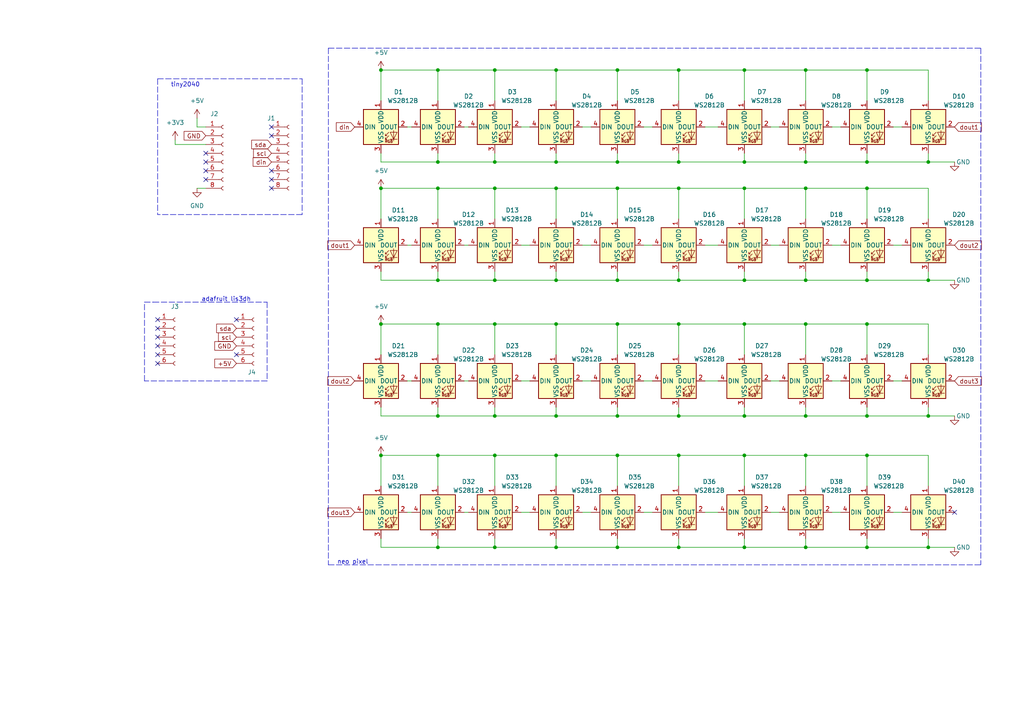
<source format=kicad_sch>
(kicad_sch (version 20211123) (generator eeschema)

  (uuid 93340c38-8bfd-447a-bf60-be3c6dc860d9)

  (paper "A4")

  (lib_symbols
    (symbol "Connector:Conn_01x06_Female" (pin_names (offset 1.016) hide) (in_bom yes) (on_board yes)
      (property "Reference" "J" (id 0) (at 0 7.62 0)
        (effects (font (size 1.27 1.27)))
      )
      (property "Value" "Conn_01x06_Female" (id 1) (at 0 -10.16 0)
        (effects (font (size 1.27 1.27)))
      )
      (property "Footprint" "" (id 2) (at 0 0 0)
        (effects (font (size 1.27 1.27)) hide)
      )
      (property "Datasheet" "~" (id 3) (at 0 0 0)
        (effects (font (size 1.27 1.27)) hide)
      )
      (property "ki_keywords" "connector" (id 4) (at 0 0 0)
        (effects (font (size 1.27 1.27)) hide)
      )
      (property "ki_description" "Generic connector, single row, 01x06, script generated (kicad-library-utils/schlib/autogen/connector/)" (id 5) (at 0 0 0)
        (effects (font (size 1.27 1.27)) hide)
      )
      (property "ki_fp_filters" "Connector*:*_1x??_*" (id 6) (at 0 0 0)
        (effects (font (size 1.27 1.27)) hide)
      )
      (symbol "Conn_01x06_Female_1_1"
        (arc (start 0 -7.112) (mid -0.508 -7.62) (end 0 -8.128)
          (stroke (width 0.1524) (type default) (color 0 0 0 0))
          (fill (type none))
        )
        (arc (start 0 -4.572) (mid -0.508 -5.08) (end 0 -5.588)
          (stroke (width 0.1524) (type default) (color 0 0 0 0))
          (fill (type none))
        )
        (arc (start 0 -2.032) (mid -0.508 -2.54) (end 0 -3.048)
          (stroke (width 0.1524) (type default) (color 0 0 0 0))
          (fill (type none))
        )
        (polyline
          (pts
            (xy -1.27 -7.62)
            (xy -0.508 -7.62)
          )
          (stroke (width 0.1524) (type default) (color 0 0 0 0))
          (fill (type none))
        )
        (polyline
          (pts
            (xy -1.27 -5.08)
            (xy -0.508 -5.08)
          )
          (stroke (width 0.1524) (type default) (color 0 0 0 0))
          (fill (type none))
        )
        (polyline
          (pts
            (xy -1.27 -2.54)
            (xy -0.508 -2.54)
          )
          (stroke (width 0.1524) (type default) (color 0 0 0 0))
          (fill (type none))
        )
        (polyline
          (pts
            (xy -1.27 0)
            (xy -0.508 0)
          )
          (stroke (width 0.1524) (type default) (color 0 0 0 0))
          (fill (type none))
        )
        (polyline
          (pts
            (xy -1.27 2.54)
            (xy -0.508 2.54)
          )
          (stroke (width 0.1524) (type default) (color 0 0 0 0))
          (fill (type none))
        )
        (polyline
          (pts
            (xy -1.27 5.08)
            (xy -0.508 5.08)
          )
          (stroke (width 0.1524) (type default) (color 0 0 0 0))
          (fill (type none))
        )
        (arc (start 0 0.508) (mid -0.508 0) (end 0 -0.508)
          (stroke (width 0.1524) (type default) (color 0 0 0 0))
          (fill (type none))
        )
        (arc (start 0 3.048) (mid -0.508 2.54) (end 0 2.032)
          (stroke (width 0.1524) (type default) (color 0 0 0 0))
          (fill (type none))
        )
        (arc (start 0 5.588) (mid -0.508 5.08) (end 0 4.572)
          (stroke (width 0.1524) (type default) (color 0 0 0 0))
          (fill (type none))
        )
        (pin passive line (at -5.08 5.08 0) (length 3.81)
          (name "Pin_1" (effects (font (size 1.27 1.27))))
          (number "1" (effects (font (size 1.27 1.27))))
        )
        (pin passive line (at -5.08 2.54 0) (length 3.81)
          (name "Pin_2" (effects (font (size 1.27 1.27))))
          (number "2" (effects (font (size 1.27 1.27))))
        )
        (pin passive line (at -5.08 0 0) (length 3.81)
          (name "Pin_3" (effects (font (size 1.27 1.27))))
          (number "3" (effects (font (size 1.27 1.27))))
        )
        (pin passive line (at -5.08 -2.54 0) (length 3.81)
          (name "Pin_4" (effects (font (size 1.27 1.27))))
          (number "4" (effects (font (size 1.27 1.27))))
        )
        (pin passive line (at -5.08 -5.08 0) (length 3.81)
          (name "Pin_5" (effects (font (size 1.27 1.27))))
          (number "5" (effects (font (size 1.27 1.27))))
        )
        (pin passive line (at -5.08 -7.62 0) (length 3.81)
          (name "Pin_6" (effects (font (size 1.27 1.27))))
          (number "6" (effects (font (size 1.27 1.27))))
        )
      )
    )
    (symbol "Connector:Conn_01x08_Female" (pin_names (offset 1.016) hide) (in_bom yes) (on_board yes)
      (property "Reference" "J" (id 0) (at 0 10.16 0)
        (effects (font (size 1.27 1.27)))
      )
      (property "Value" "Conn_01x08_Female" (id 1) (at 0 -12.7 0)
        (effects (font (size 1.27 1.27)))
      )
      (property "Footprint" "" (id 2) (at 0 0 0)
        (effects (font (size 1.27 1.27)) hide)
      )
      (property "Datasheet" "~" (id 3) (at 0 0 0)
        (effects (font (size 1.27 1.27)) hide)
      )
      (property "ki_keywords" "connector" (id 4) (at 0 0 0)
        (effects (font (size 1.27 1.27)) hide)
      )
      (property "ki_description" "Generic connector, single row, 01x08, script generated (kicad-library-utils/schlib/autogen/connector/)" (id 5) (at 0 0 0)
        (effects (font (size 1.27 1.27)) hide)
      )
      (property "ki_fp_filters" "Connector*:*_1x??_*" (id 6) (at 0 0 0)
        (effects (font (size 1.27 1.27)) hide)
      )
      (symbol "Conn_01x08_Female_1_1"
        (arc (start 0 -9.652) (mid -0.508 -10.16) (end 0 -10.668)
          (stroke (width 0.1524) (type default) (color 0 0 0 0))
          (fill (type none))
        )
        (arc (start 0 -7.112) (mid -0.508 -7.62) (end 0 -8.128)
          (stroke (width 0.1524) (type default) (color 0 0 0 0))
          (fill (type none))
        )
        (arc (start 0 -4.572) (mid -0.508 -5.08) (end 0 -5.588)
          (stroke (width 0.1524) (type default) (color 0 0 0 0))
          (fill (type none))
        )
        (arc (start 0 -2.032) (mid -0.508 -2.54) (end 0 -3.048)
          (stroke (width 0.1524) (type default) (color 0 0 0 0))
          (fill (type none))
        )
        (polyline
          (pts
            (xy -1.27 -10.16)
            (xy -0.508 -10.16)
          )
          (stroke (width 0.1524) (type default) (color 0 0 0 0))
          (fill (type none))
        )
        (polyline
          (pts
            (xy -1.27 -7.62)
            (xy -0.508 -7.62)
          )
          (stroke (width 0.1524) (type default) (color 0 0 0 0))
          (fill (type none))
        )
        (polyline
          (pts
            (xy -1.27 -5.08)
            (xy -0.508 -5.08)
          )
          (stroke (width 0.1524) (type default) (color 0 0 0 0))
          (fill (type none))
        )
        (polyline
          (pts
            (xy -1.27 -2.54)
            (xy -0.508 -2.54)
          )
          (stroke (width 0.1524) (type default) (color 0 0 0 0))
          (fill (type none))
        )
        (polyline
          (pts
            (xy -1.27 0)
            (xy -0.508 0)
          )
          (stroke (width 0.1524) (type default) (color 0 0 0 0))
          (fill (type none))
        )
        (polyline
          (pts
            (xy -1.27 2.54)
            (xy -0.508 2.54)
          )
          (stroke (width 0.1524) (type default) (color 0 0 0 0))
          (fill (type none))
        )
        (polyline
          (pts
            (xy -1.27 5.08)
            (xy -0.508 5.08)
          )
          (stroke (width 0.1524) (type default) (color 0 0 0 0))
          (fill (type none))
        )
        (polyline
          (pts
            (xy -1.27 7.62)
            (xy -0.508 7.62)
          )
          (stroke (width 0.1524) (type default) (color 0 0 0 0))
          (fill (type none))
        )
        (arc (start 0 0.508) (mid -0.508 0) (end 0 -0.508)
          (stroke (width 0.1524) (type default) (color 0 0 0 0))
          (fill (type none))
        )
        (arc (start 0 3.048) (mid -0.508 2.54) (end 0 2.032)
          (stroke (width 0.1524) (type default) (color 0 0 0 0))
          (fill (type none))
        )
        (arc (start 0 5.588) (mid -0.508 5.08) (end 0 4.572)
          (stroke (width 0.1524) (type default) (color 0 0 0 0))
          (fill (type none))
        )
        (arc (start 0 8.128) (mid -0.508 7.62) (end 0 7.112)
          (stroke (width 0.1524) (type default) (color 0 0 0 0))
          (fill (type none))
        )
        (pin passive line (at -5.08 7.62 0) (length 3.81)
          (name "Pin_1" (effects (font (size 1.27 1.27))))
          (number "1" (effects (font (size 1.27 1.27))))
        )
        (pin passive line (at -5.08 5.08 0) (length 3.81)
          (name "Pin_2" (effects (font (size 1.27 1.27))))
          (number "2" (effects (font (size 1.27 1.27))))
        )
        (pin passive line (at -5.08 2.54 0) (length 3.81)
          (name "Pin_3" (effects (font (size 1.27 1.27))))
          (number "3" (effects (font (size 1.27 1.27))))
        )
        (pin passive line (at -5.08 0 0) (length 3.81)
          (name "Pin_4" (effects (font (size 1.27 1.27))))
          (number "4" (effects (font (size 1.27 1.27))))
        )
        (pin passive line (at -5.08 -2.54 0) (length 3.81)
          (name "Pin_5" (effects (font (size 1.27 1.27))))
          (number "5" (effects (font (size 1.27 1.27))))
        )
        (pin passive line (at -5.08 -5.08 0) (length 3.81)
          (name "Pin_6" (effects (font (size 1.27 1.27))))
          (number "6" (effects (font (size 1.27 1.27))))
        )
        (pin passive line (at -5.08 -7.62 0) (length 3.81)
          (name "Pin_7" (effects (font (size 1.27 1.27))))
          (number "7" (effects (font (size 1.27 1.27))))
        )
        (pin passive line (at -5.08 -10.16 0) (length 3.81)
          (name "Pin_8" (effects (font (size 1.27 1.27))))
          (number "8" (effects (font (size 1.27 1.27))))
        )
      )
    )
    (symbol "LED:WS2812B" (pin_names (offset 0.254)) (in_bom yes) (on_board yes)
      (property "Reference" "D" (id 0) (at 5.08 5.715 0)
        (effects (font (size 1.27 1.27)) (justify right bottom))
      )
      (property "Value" "WS2812B" (id 1) (at 1.27 -5.715 0)
        (effects (font (size 1.27 1.27)) (justify left top))
      )
      (property "Footprint" "LED_SMD:LED_WS2812B_PLCC4_5.0x5.0mm_P3.2mm" (id 2) (at 1.27 -7.62 0)
        (effects (font (size 1.27 1.27)) (justify left top) hide)
      )
      (property "Datasheet" "https://cdn-shop.adafruit.com/datasheets/WS2812B.pdf" (id 3) (at 2.54 -9.525 0)
        (effects (font (size 1.27 1.27)) (justify left top) hide)
      )
      (property "ki_keywords" "RGB LED NeoPixel addressable" (id 4) (at 0 0 0)
        (effects (font (size 1.27 1.27)) hide)
      )
      (property "ki_description" "RGB LED with integrated controller" (id 5) (at 0 0 0)
        (effects (font (size 1.27 1.27)) hide)
      )
      (property "ki_fp_filters" "LED*WS2812*PLCC*5.0x5.0mm*P3.2mm*" (id 6) (at 0 0 0)
        (effects (font (size 1.27 1.27)) hide)
      )
      (symbol "WS2812B_0_0"
        (text "RGB" (at 2.286 -4.191 0)
          (effects (font (size 0.762 0.762)))
        )
      )
      (symbol "WS2812B_0_1"
        (polyline
          (pts
            (xy 1.27 -3.556)
            (xy 1.778 -3.556)
          )
          (stroke (width 0) (type default) (color 0 0 0 0))
          (fill (type none))
        )
        (polyline
          (pts
            (xy 1.27 -2.54)
            (xy 1.778 -2.54)
          )
          (stroke (width 0) (type default) (color 0 0 0 0))
          (fill (type none))
        )
        (polyline
          (pts
            (xy 4.699 -3.556)
            (xy 2.667 -3.556)
          )
          (stroke (width 0) (type default) (color 0 0 0 0))
          (fill (type none))
        )
        (polyline
          (pts
            (xy 2.286 -2.54)
            (xy 1.27 -3.556)
            (xy 1.27 -3.048)
          )
          (stroke (width 0) (type default) (color 0 0 0 0))
          (fill (type none))
        )
        (polyline
          (pts
            (xy 2.286 -1.524)
            (xy 1.27 -2.54)
            (xy 1.27 -2.032)
          )
          (stroke (width 0) (type default) (color 0 0 0 0))
          (fill (type none))
        )
        (polyline
          (pts
            (xy 3.683 -1.016)
            (xy 3.683 -3.556)
            (xy 3.683 -4.064)
          )
          (stroke (width 0) (type default) (color 0 0 0 0))
          (fill (type none))
        )
        (polyline
          (pts
            (xy 4.699 -1.524)
            (xy 2.667 -1.524)
            (xy 3.683 -3.556)
            (xy 4.699 -1.524)
          )
          (stroke (width 0) (type default) (color 0 0 0 0))
          (fill (type none))
        )
        (rectangle (start 5.08 5.08) (end -5.08 -5.08)
          (stroke (width 0.254) (type default) (color 0 0 0 0))
          (fill (type background))
        )
      )
      (symbol "WS2812B_1_1"
        (pin power_in line (at 0 7.62 270) (length 2.54)
          (name "VDD" (effects (font (size 1.27 1.27))))
          (number "1" (effects (font (size 1.27 1.27))))
        )
        (pin output line (at 7.62 0 180) (length 2.54)
          (name "DOUT" (effects (font (size 1.27 1.27))))
          (number "2" (effects (font (size 1.27 1.27))))
        )
        (pin power_in line (at 0 -7.62 90) (length 2.54)
          (name "VSS" (effects (font (size 1.27 1.27))))
          (number "3" (effects (font (size 1.27 1.27))))
        )
        (pin input line (at -7.62 0 0) (length 2.54)
          (name "DIN" (effects (font (size 1.27 1.27))))
          (number "4" (effects (font (size 1.27 1.27))))
        )
      )
    )
    (symbol "power:+3.3V" (power) (pin_names (offset 0)) (in_bom yes) (on_board yes)
      (property "Reference" "#PWR" (id 0) (at 0 -3.81 0)
        (effects (font (size 1.27 1.27)) hide)
      )
      (property "Value" "+3.3V" (id 1) (at 0 3.556 0)
        (effects (font (size 1.27 1.27)))
      )
      (property "Footprint" "" (id 2) (at 0 0 0)
        (effects (font (size 1.27 1.27)) hide)
      )
      (property "Datasheet" "" (id 3) (at 0 0 0)
        (effects (font (size 1.27 1.27)) hide)
      )
      (property "ki_keywords" "power-flag" (id 4) (at 0 0 0)
        (effects (font (size 1.27 1.27)) hide)
      )
      (property "ki_description" "Power symbol creates a global label with name \"+3.3V\"" (id 5) (at 0 0 0)
        (effects (font (size 1.27 1.27)) hide)
      )
      (symbol "+3.3V_0_1"
        (polyline
          (pts
            (xy -0.762 1.27)
            (xy 0 2.54)
          )
          (stroke (width 0) (type default) (color 0 0 0 0))
          (fill (type none))
        )
        (polyline
          (pts
            (xy 0 0)
            (xy 0 2.54)
          )
          (stroke (width 0) (type default) (color 0 0 0 0))
          (fill (type none))
        )
        (polyline
          (pts
            (xy 0 2.54)
            (xy 0.762 1.27)
          )
          (stroke (width 0) (type default) (color 0 0 0 0))
          (fill (type none))
        )
      )
      (symbol "+3.3V_1_1"
        (pin power_in line (at 0 0 90) (length 0) hide
          (name "+3V3" (effects (font (size 1.27 1.27))))
          (number "1" (effects (font (size 1.27 1.27))))
        )
      )
    )
    (symbol "power:+5V" (power) (pin_names (offset 0)) (in_bom yes) (on_board yes)
      (property "Reference" "#PWR" (id 0) (at 0 -3.81 0)
        (effects (font (size 1.27 1.27)) hide)
      )
      (property "Value" "+5V" (id 1) (at 0 3.556 0)
        (effects (font (size 1.27 1.27)))
      )
      (property "Footprint" "" (id 2) (at 0 0 0)
        (effects (font (size 1.27 1.27)) hide)
      )
      (property "Datasheet" "" (id 3) (at 0 0 0)
        (effects (font (size 1.27 1.27)) hide)
      )
      (property "ki_keywords" "power-flag" (id 4) (at 0 0 0)
        (effects (font (size 1.27 1.27)) hide)
      )
      (property "ki_description" "Power symbol creates a global label with name \"+5V\"" (id 5) (at 0 0 0)
        (effects (font (size 1.27 1.27)) hide)
      )
      (symbol "+5V_0_1"
        (polyline
          (pts
            (xy -0.762 1.27)
            (xy 0 2.54)
          )
          (stroke (width 0) (type default) (color 0 0 0 0))
          (fill (type none))
        )
        (polyline
          (pts
            (xy 0 0)
            (xy 0 2.54)
          )
          (stroke (width 0) (type default) (color 0 0 0 0))
          (fill (type none))
        )
        (polyline
          (pts
            (xy 0 2.54)
            (xy 0.762 1.27)
          )
          (stroke (width 0) (type default) (color 0 0 0 0))
          (fill (type none))
        )
      )
      (symbol "+5V_1_1"
        (pin power_in line (at 0 0 90) (length 0) hide
          (name "+5V" (effects (font (size 1.27 1.27))))
          (number "1" (effects (font (size 1.27 1.27))))
        )
      )
    )
    (symbol "power:GND" (power) (pin_names (offset 0)) (in_bom yes) (on_board yes)
      (property "Reference" "#PWR" (id 0) (at 0 -6.35 0)
        (effects (font (size 1.27 1.27)) hide)
      )
      (property "Value" "GND" (id 1) (at 0 -3.81 0)
        (effects (font (size 1.27 1.27)))
      )
      (property "Footprint" "" (id 2) (at 0 0 0)
        (effects (font (size 1.27 1.27)) hide)
      )
      (property "Datasheet" "" (id 3) (at 0 0 0)
        (effects (font (size 1.27 1.27)) hide)
      )
      (property "ki_keywords" "power-flag" (id 4) (at 0 0 0)
        (effects (font (size 1.27 1.27)) hide)
      )
      (property "ki_description" "Power symbol creates a global label with name \"GND\" , ground" (id 5) (at 0 0 0)
        (effects (font (size 1.27 1.27)) hide)
      )
      (symbol "GND_0_1"
        (polyline
          (pts
            (xy 0 0)
            (xy 0 -1.27)
            (xy 1.27 -1.27)
            (xy 0 -2.54)
            (xy -1.27 -1.27)
            (xy 0 -1.27)
          )
          (stroke (width 0) (type default) (color 0 0 0 0))
          (fill (type none))
        )
      )
      (symbol "GND_1_1"
        (pin power_in line (at 0 0 270) (length 0) hide
          (name "GND" (effects (font (size 1.27 1.27))))
          (number "1" (effects (font (size 1.27 1.27))))
        )
      )
    )
  )


  (junction (at 127 81.28) (diameter 0) (color 0 0 0 0)
    (uuid 05b89f05-52c7-4834-a6a3-d75d4930a243)
  )
  (junction (at 179.07 93.98) (diameter 0) (color 0 0 0 0)
    (uuid 06c0c0b1-ff92-4ce6-a0d8-c591956191f7)
  )
  (junction (at 269.24 120.65) (diameter 0) (color 0 0 0 0)
    (uuid 098d0f01-2b6d-490f-9f06-1b95fe405771)
  )
  (junction (at 127 93.98) (diameter 0) (color 0 0 0 0)
    (uuid 0bf8c815-fcca-4168-acf7-9dc359519332)
  )
  (junction (at 251.46 132.08) (diameter 0) (color 0 0 0 0)
    (uuid 0fc733e2-f0b4-4a9f-81e5-296cbc25d5ae)
  )
  (junction (at 143.51 20.32) (diameter 0) (color 0 0 0 0)
    (uuid 12a49da7-401b-4e1f-9588-3187b7ddf357)
  )
  (junction (at 179.07 46.99) (diameter 0) (color 0 0 0 0)
    (uuid 141d97c1-a1be-4a2a-84c7-fccf9c982fba)
  )
  (junction (at 251.46 158.75) (diameter 0) (color 0 0 0 0)
    (uuid 14f38712-2949-4f72-ab6d-e8ef1e27a567)
  )
  (junction (at 196.85 120.65) (diameter 0) (color 0 0 0 0)
    (uuid 1a4d6343-5742-45e7-9138-1106fcf8ff8e)
  )
  (junction (at 161.29 81.28) (diameter 0) (color 0 0 0 0)
    (uuid 1beb84fd-5315-416f-be0d-85f798535766)
  )
  (junction (at 110.49 20.32) (diameter 0) (color 0 0 0 0)
    (uuid 1c8adcce-b191-4722-87fc-26bb77fa7362)
  )
  (junction (at 196.85 81.28) (diameter 0) (color 0 0 0 0)
    (uuid 223f32f1-7b80-4fdd-82f6-3e8f59687081)
  )
  (junction (at 269.24 81.28) (diameter 0) (color 0 0 0 0)
    (uuid 2519675f-5435-4a8a-81d6-b09806ee8a0d)
  )
  (junction (at 269.24 46.99) (diameter 0) (color 0 0 0 0)
    (uuid 26beb700-d794-4a08-91b2-7cad7acd46c5)
  )
  (junction (at 143.51 93.98) (diameter 0) (color 0 0 0 0)
    (uuid 2ff1c31a-80fd-4e2a-b6f2-775ef970664c)
  )
  (junction (at 233.68 54.61) (diameter 0) (color 0 0 0 0)
    (uuid 31b1de7a-01a5-4154-8d91-cbb97aa80c54)
  )
  (junction (at 143.51 158.75) (diameter 0) (color 0 0 0 0)
    (uuid 330936f4-f855-4964-8c4e-acc10a37dd4d)
  )
  (junction (at 233.68 120.65) (diameter 0) (color 0 0 0 0)
    (uuid 387d6181-f143-482e-af63-54f769f8f6a0)
  )
  (junction (at 161.29 93.98) (diameter 0) (color 0 0 0 0)
    (uuid 415e8eda-352e-4be5-979e-8a7f9655a051)
  )
  (junction (at 196.85 158.75) (diameter 0) (color 0 0 0 0)
    (uuid 41b76217-00c9-43a3-a053-470df31396a3)
  )
  (junction (at 215.9 81.28) (diameter 0) (color 0 0 0 0)
    (uuid 4692436b-e768-40ec-8d9d-65dbead4935b)
  )
  (junction (at 196.85 20.32) (diameter 0) (color 0 0 0 0)
    (uuid 48e929aa-a697-445b-9c44-b573570aed7d)
  )
  (junction (at 110.49 93.98) (diameter 0) (color 0 0 0 0)
    (uuid 4cb70010-60d8-4414-841b-a6721db3ee26)
  )
  (junction (at 233.68 158.75) (diameter 0) (color 0 0 0 0)
    (uuid 4e7e86bf-5b33-48bc-9a1f-41e347d738cf)
  )
  (junction (at 110.49 132.08) (diameter 0) (color 0 0 0 0)
    (uuid 50165405-f40b-4b94-bbc3-5d822f61b91c)
  )
  (junction (at 110.49 54.61) (diameter 0) (color 0 0 0 0)
    (uuid 51692245-d1b1-44a4-b9aa-47bf76cf5fdb)
  )
  (junction (at 251.46 93.98) (diameter 0) (color 0 0 0 0)
    (uuid 538613d5-55eb-4ed7-86d2-568b00f4ab67)
  )
  (junction (at 233.68 46.99) (diameter 0) (color 0 0 0 0)
    (uuid 5b4cac01-27b6-43a0-be92-95f5ec752836)
  )
  (junction (at 127 158.75) (diameter 0) (color 0 0 0 0)
    (uuid 600a6f12-f891-4eea-9555-18f52726922a)
  )
  (junction (at 161.29 158.75) (diameter 0) (color 0 0 0 0)
    (uuid 62270c75-f0e2-4531-8821-6c3e0cba78a4)
  )
  (junction (at 233.68 132.08) (diameter 0) (color 0 0 0 0)
    (uuid 6e8aa236-3144-4c79-894f-eb5c2609eaa3)
  )
  (junction (at 143.51 81.28) (diameter 0) (color 0 0 0 0)
    (uuid 6f742fe2-7de5-47f7-9e51-11d56d3a860d)
  )
  (junction (at 127 120.65) (diameter 0) (color 0 0 0 0)
    (uuid 76532e74-8573-4ea4-b787-aef5bb0fd91d)
  )
  (junction (at 251.46 81.28) (diameter 0) (color 0 0 0 0)
    (uuid 7ee706e2-00a1-4f01-9424-407c546abc35)
  )
  (junction (at 161.29 46.99) (diameter 0) (color 0 0 0 0)
    (uuid 81b697dc-f1a3-4f62-8c82-56db986bae96)
  )
  (junction (at 233.68 81.28) (diameter 0) (color 0 0 0 0)
    (uuid 85da042a-1ea9-42b3-ae58-bae4159a4311)
  )
  (junction (at 251.46 54.61) (diameter 0) (color 0 0 0 0)
    (uuid 86bc36d8-21b7-4562-997f-bc02acac9692)
  )
  (junction (at 196.85 54.61) (diameter 0) (color 0 0 0 0)
    (uuid 8770cb58-8fd7-4944-ad24-dc39d5be5688)
  )
  (junction (at 196.85 132.08) (diameter 0) (color 0 0 0 0)
    (uuid 8792567e-6c14-4bcf-9e4b-a68c037de396)
  )
  (junction (at 161.29 54.61) (diameter 0) (color 0 0 0 0)
    (uuid 8b3b0b03-0926-4710-bca5-8f18e8e2da47)
  )
  (junction (at 251.46 120.65) (diameter 0) (color 0 0 0 0)
    (uuid 8d5e39f0-4202-4e22-b0e4-3aac803fb566)
  )
  (junction (at 161.29 120.65) (diameter 0) (color 0 0 0 0)
    (uuid 8f1be9af-856f-405d-ba3a-f2c78369ebfe)
  )
  (junction (at 215.9 20.32) (diameter 0) (color 0 0 0 0)
    (uuid 9734a8a9-5962-4deb-95a2-a5eac12c5885)
  )
  (junction (at 179.07 158.75) (diameter 0) (color 0 0 0 0)
    (uuid 97e244c3-2dee-4917-9f27-9ca2b6a320d4)
  )
  (junction (at 269.24 158.75) (diameter 0) (color 0 0 0 0)
    (uuid 9887b5b9-833f-4162-b361-958d2b46726b)
  )
  (junction (at 127 46.99) (diameter 0) (color 0 0 0 0)
    (uuid 9c3d818c-fcf7-407b-b48c-dc8eaa8a6a03)
  )
  (junction (at 251.46 46.99) (diameter 0) (color 0 0 0 0)
    (uuid 9dad68c7-34ef-444d-ba6e-f9662638bad8)
  )
  (junction (at 215.9 158.75) (diameter 0) (color 0 0 0 0)
    (uuid 9fe6bce5-4e44-4da1-ab14-19ca93f6782d)
  )
  (junction (at 127 20.32) (diameter 0) (color 0 0 0 0)
    (uuid a022ed57-46a3-452a-93bd-9d7ae7fc9270)
  )
  (junction (at 179.07 54.61) (diameter 0) (color 0 0 0 0)
    (uuid a38a114c-6eb9-4a40-b41d-8b1074fc2730)
  )
  (junction (at 143.51 132.08) (diameter 0) (color 0 0 0 0)
    (uuid a3c9da2b-582d-4849-9de5-8dc0f6275cf3)
  )
  (junction (at 143.51 46.99) (diameter 0) (color 0 0 0 0)
    (uuid aa980abe-93c3-4486-b602-be2136d05a8b)
  )
  (junction (at 161.29 20.32) (diameter 0) (color 0 0 0 0)
    (uuid ad5e1b14-0890-44b6-8446-d6e877c03ca1)
  )
  (junction (at 179.07 120.65) (diameter 0) (color 0 0 0 0)
    (uuid af0c9b2c-142e-42ed-91b7-150867c015d8)
  )
  (junction (at 179.07 81.28) (diameter 0) (color 0 0 0 0)
    (uuid afa5af63-cc4b-4f6d-81f3-33eb654a72cb)
  )
  (junction (at 127 54.61) (diameter 0) (color 0 0 0 0)
    (uuid b419671a-0d78-44ea-8359-750ae56a4830)
  )
  (junction (at 143.51 54.61) (diameter 0) (color 0 0 0 0)
    (uuid be93e270-4cc8-4bab-8603-9b91406b29ec)
  )
  (junction (at 179.07 20.32) (diameter 0) (color 0 0 0 0)
    (uuid bec81f47-edcb-4431-b637-5c9bf73cf01c)
  )
  (junction (at 196.85 46.99) (diameter 0) (color 0 0 0 0)
    (uuid c4f5c92a-b4fa-4f06-bb51-52fff2881512)
  )
  (junction (at 127 132.08) (diameter 0) (color 0 0 0 0)
    (uuid c7d70dd4-4517-4db0-a05c-3760ef346416)
  )
  (junction (at 215.9 132.08) (diameter 0) (color 0 0 0 0)
    (uuid ca5c9578-c98a-4b27-b153-f87e038c02b0)
  )
  (junction (at 196.85 93.98) (diameter 0) (color 0 0 0 0)
    (uuid cd6d9657-c3ce-45d1-a51e-d9843eb83949)
  )
  (junction (at 215.9 54.61) (diameter 0) (color 0 0 0 0)
    (uuid cf305d1f-18c8-4ae1-870c-5f68f1421190)
  )
  (junction (at 215.9 46.99) (diameter 0) (color 0 0 0 0)
    (uuid d4bf9ecb-49ea-40ca-a356-290aab24f620)
  )
  (junction (at 215.9 93.98) (diameter 0) (color 0 0 0 0)
    (uuid d525eb0c-ad02-4381-be49-be64a64a3173)
  )
  (junction (at 215.9 120.65) (diameter 0) (color 0 0 0 0)
    (uuid dbff7469-a5ec-4bce-acc4-4ab13bc4b73b)
  )
  (junction (at 161.29 132.08) (diameter 0) (color 0 0 0 0)
    (uuid deabb678-ddd1-42b7-bc6e-2bc8884abd68)
  )
  (junction (at 233.68 20.32) (diameter 0) (color 0 0 0 0)
    (uuid df21f776-7b96-4c18-87f6-b3c7e08cbf7a)
  )
  (junction (at 233.68 93.98) (diameter 0) (color 0 0 0 0)
    (uuid e7673661-1998-4992-803f-526e069d74d9)
  )
  (junction (at 179.07 132.08) (diameter 0) (color 0 0 0 0)
    (uuid eff7ceba-443a-4307-8a60-f496cd2c5892)
  )
  (junction (at 251.46 20.32) (diameter 0) (color 0 0 0 0)
    (uuid f97884a3-6f1b-488e-9e38-14f6fce3decb)
  )
  (junction (at 143.51 120.65) (diameter 0) (color 0 0 0 0)
    (uuid fec75cb3-8cb0-4138-9257-f691464f69b7)
  )

  (no_connect (at 78.74 39.37) (uuid 063e530e-3f92-4ae3-b050-68fa75777615))
  (no_connect (at 78.74 36.83) (uuid 063e530e-3f92-4ae3-b050-68fa75777615))
  (no_connect (at 68.58 102.87) (uuid 200e9405-e382-4192-849e-efca53fb2a63))
  (no_connect (at 45.72 97.79) (uuid 200e9405-e382-4192-849e-efca53fb2a63))
  (no_connect (at 45.72 100.33) (uuid 200e9405-e382-4192-849e-efca53fb2a63))
  (no_connect (at 45.72 92.71) (uuid 200e9405-e382-4192-849e-efca53fb2a63))
  (no_connect (at 45.72 95.25) (uuid 200e9405-e382-4192-849e-efca53fb2a63))
  (no_connect (at 45.72 102.87) (uuid 200e9405-e382-4192-849e-efca53fb2a63))
  (no_connect (at 45.72 105.41) (uuid 200e9405-e382-4192-849e-efca53fb2a63))
  (no_connect (at 68.58 92.71) (uuid 273bae77-f309-4c50-a40c-f428549a9a8e))
  (no_connect (at 59.69 49.53) (uuid 7a91d581-ee10-41fb-a989-c0844e21473f))
  (no_connect (at 59.69 46.99) (uuid 7a91d581-ee10-41fb-a989-c0844e21473f))
  (no_connect (at 59.69 52.07) (uuid 7a91d581-ee10-41fb-a989-c0844e21473f))
  (no_connect (at 59.69 44.45) (uuid 7a91d581-ee10-41fb-a989-c0844e21473f))
  (no_connect (at 276.86 148.59) (uuid c6bb2d92-495f-4a9d-b6d5-b6ea1c06400a))
  (no_connect (at 78.74 52.07) (uuid ce598c5b-6096-4c5e-a578-060e759d711f))
  (no_connect (at 78.74 54.61) (uuid ce598c5b-6096-4c5e-a578-060e759d711f))
  (no_connect (at 78.74 49.53) (uuid ce598c5b-6096-4c5e-a578-060e759d711f))

  (wire (pts (xy 233.68 158.75) (xy 251.46 158.75))
    (stroke (width 0) (type default) (color 0 0 0 0))
    (uuid 0040e0e6-9c1c-476b-983c-8e30ff0862c6)
  )
  (wire (pts (xy 118.11 148.59) (xy 119.38 148.59))
    (stroke (width 0) (type default) (color 0 0 0 0))
    (uuid 07873e96-1b4b-45d4-a25e-1d9d2b578142)
  )
  (polyline (pts (xy 95.25 163.83) (xy 284.48 163.83))
    (stroke (width 0) (type default) (color 0 0 0 0))
    (uuid 09511234-aa9a-433f-8d4f-6b1e01f657e2)
  )

  (wire (pts (xy 251.46 54.61) (xy 269.24 54.61))
    (stroke (width 0) (type default) (color 0 0 0 0))
    (uuid 0a7664b3-54f7-4eb6-95dd-b64142171f83)
  )
  (wire (pts (xy 233.68 132.08) (xy 251.46 132.08))
    (stroke (width 0) (type default) (color 0 0 0 0))
    (uuid 0ab5fcde-a976-4dad-a75f-432ecd3a2813)
  )
  (wire (pts (xy 110.49 54.61) (xy 127 54.61))
    (stroke (width 0) (type default) (color 0 0 0 0))
    (uuid 0b6e1977-c630-4e84-8e8a-f345c806704c)
  )
  (wire (pts (xy 196.85 93.98) (xy 196.85 102.87))
    (stroke (width 0) (type default) (color 0 0 0 0))
    (uuid 0b9d352b-6b39-4006-ae2f-b1cc6c375297)
  )
  (wire (pts (xy 186.69 110.49) (xy 189.23 110.49))
    (stroke (width 0) (type default) (color 0 0 0 0))
    (uuid 0d532d27-804a-4352-b395-6a493e2f7385)
  )
  (wire (pts (xy 110.49 46.99) (xy 127 46.99))
    (stroke (width 0) (type default) (color 0 0 0 0))
    (uuid 0e06d337-dfb9-48f0-82cf-921ed811d773)
  )
  (wire (pts (xy 110.49 132.08) (xy 127 132.08))
    (stroke (width 0) (type default) (color 0 0 0 0))
    (uuid 0f5aa33c-f180-4838-9f20-c1f641bf1bb2)
  )
  (wire (pts (xy 241.3 148.59) (xy 243.84 148.59))
    (stroke (width 0) (type default) (color 0 0 0 0))
    (uuid 0fce34d3-c3f8-44e1-8b3d-a56a48051210)
  )
  (wire (pts (xy 215.9 44.45) (xy 215.9 46.99))
    (stroke (width 0) (type default) (color 0 0 0 0))
    (uuid 106f6ee3-1a02-4e3a-9b4b-6b0b9db1acae)
  )
  (polyline (pts (xy 77.47 110.49) (xy 41.91 110.49))
    (stroke (width 0) (type default) (color 0 0 0 0))
    (uuid 1109d4ce-c8d2-4e02-b940-9de1c299139c)
  )

  (wire (pts (xy 161.29 81.28) (xy 179.07 81.28))
    (stroke (width 0) (type default) (color 0 0 0 0))
    (uuid 1311bec0-fcf5-4d08-ab86-5294c28ab0c3)
  )
  (wire (pts (xy 215.9 54.61) (xy 233.68 54.61))
    (stroke (width 0) (type default) (color 0 0 0 0))
    (uuid 13b3e474-755b-4a64-9908-93caa49982ba)
  )
  (wire (pts (xy 127 156.21) (xy 127 158.75))
    (stroke (width 0) (type default) (color 0 0 0 0))
    (uuid 14501919-9b06-4d2c-b216-df92092e7b49)
  )
  (wire (pts (xy 251.46 20.32) (xy 251.46 29.21))
    (stroke (width 0) (type default) (color 0 0 0 0))
    (uuid 17f4ad96-4d10-4c46-8c53-bc3e19aa462e)
  )
  (wire (pts (xy 215.9 132.08) (xy 233.68 132.08))
    (stroke (width 0) (type default) (color 0 0 0 0))
    (uuid 19ff3128-9e3b-4e97-936e-380e46db64f5)
  )
  (wire (pts (xy 223.52 71.12) (xy 226.06 71.12))
    (stroke (width 0) (type default) (color 0 0 0 0))
    (uuid 1b16179c-5578-4081-8254-8911ea091203)
  )
  (wire (pts (xy 269.24 158.75) (xy 276.86 158.75))
    (stroke (width 0) (type default) (color 0 0 0 0))
    (uuid 1bb52061-bfe5-4b3a-b73f-0cee24d0821b)
  )
  (polyline (pts (xy 87.63 22.86) (xy 87.63 62.23))
    (stroke (width 0) (type default) (color 0 0 0 0))
    (uuid 1beb871f-dc9b-4386-bdcd-445623eb130d)
  )

  (wire (pts (xy 215.9 20.32) (xy 215.9 29.21))
    (stroke (width 0) (type default) (color 0 0 0 0))
    (uuid 1cc5fffd-efca-4a4d-ac53-48916df27591)
  )
  (wire (pts (xy 161.29 54.61) (xy 179.07 54.61))
    (stroke (width 0) (type default) (color 0 0 0 0))
    (uuid 1cce7548-a0fa-4407-a465-cffecd4f9301)
  )
  (wire (pts (xy 179.07 120.65) (xy 196.85 120.65))
    (stroke (width 0) (type default) (color 0 0 0 0))
    (uuid 1d003549-d35f-4ed8-b603-407187cb2b27)
  )
  (wire (pts (xy 215.9 118.11) (xy 215.9 120.65))
    (stroke (width 0) (type default) (color 0 0 0 0))
    (uuid 1d074b70-cfaa-4a59-a836-bb5f16d50d7d)
  )
  (wire (pts (xy 196.85 81.28) (xy 215.9 81.28))
    (stroke (width 0) (type default) (color 0 0 0 0))
    (uuid 1dd3ce82-48a0-4c45-a788-dd22d7a07fde)
  )
  (wire (pts (xy 161.29 120.65) (xy 179.07 120.65))
    (stroke (width 0) (type default) (color 0 0 0 0))
    (uuid 21545513-f4c0-428f-8670-e24ddd2054d9)
  )
  (wire (pts (xy 215.9 46.99) (xy 233.68 46.99))
    (stroke (width 0) (type default) (color 0 0 0 0))
    (uuid 2354d21c-f62c-466b-b625-4a9571ff7808)
  )
  (wire (pts (xy 241.3 71.12) (xy 243.84 71.12))
    (stroke (width 0) (type default) (color 0 0 0 0))
    (uuid 26b8fd7d-64df-4be4-89aa-a33bc24cfd57)
  )
  (wire (pts (xy 134.62 148.59) (xy 135.89 148.59))
    (stroke (width 0) (type default) (color 0 0 0 0))
    (uuid 28371581-b085-414b-bbe0-1964cf2863a2)
  )
  (wire (pts (xy 269.24 44.45) (xy 269.24 46.99))
    (stroke (width 0) (type default) (color 0 0 0 0))
    (uuid 2c8c80cf-3e16-4514-8e62-b861767b6902)
  )
  (wire (pts (xy 251.46 44.45) (xy 251.46 46.99))
    (stroke (width 0) (type default) (color 0 0 0 0))
    (uuid 2d351b7f-69c8-4378-823c-50455caf1981)
  )
  (wire (pts (xy 251.46 54.61) (xy 251.46 63.5))
    (stroke (width 0) (type default) (color 0 0 0 0))
    (uuid 2f87ac8c-145b-4956-a6f1-b2d1cbd8426e)
  )
  (wire (pts (xy 161.29 93.98) (xy 179.07 93.98))
    (stroke (width 0) (type default) (color 0 0 0 0))
    (uuid 300034d5-7d84-48b6-9625-41e366c2ad33)
  )
  (wire (pts (xy 161.29 156.21) (xy 161.29 158.75))
    (stroke (width 0) (type default) (color 0 0 0 0))
    (uuid 3019b01a-7ff9-4a94-b5ac-5f00e54bbbc5)
  )
  (wire (pts (xy 269.24 46.99) (xy 276.86 46.99))
    (stroke (width 0) (type default) (color 0 0 0 0))
    (uuid 302d2bd6-532b-4648-b852-b2479b66e58c)
  )
  (wire (pts (xy 233.68 81.28) (xy 251.46 81.28))
    (stroke (width 0) (type default) (color 0 0 0 0))
    (uuid 33adc0dc-e633-444e-8700-7228f36163d8)
  )
  (wire (pts (xy 196.85 20.32) (xy 215.9 20.32))
    (stroke (width 0) (type default) (color 0 0 0 0))
    (uuid 34254f87-b939-4c5c-8263-1e20006c362f)
  )
  (wire (pts (xy 143.51 118.11) (xy 143.51 120.65))
    (stroke (width 0) (type default) (color 0 0 0 0))
    (uuid 34688e1c-af11-40f1-b1ce-e2f4df64d7c1)
  )
  (wire (pts (xy 127 81.28) (xy 143.51 81.28))
    (stroke (width 0) (type default) (color 0 0 0 0))
    (uuid 352b0b6a-da71-425e-bcb5-b4c881de026e)
  )
  (wire (pts (xy 196.85 78.74) (xy 196.85 81.28))
    (stroke (width 0) (type default) (color 0 0 0 0))
    (uuid 35332071-6484-4ae0-8d08-651064dd2ec8)
  )
  (wire (pts (xy 179.07 81.28) (xy 196.85 81.28))
    (stroke (width 0) (type default) (color 0 0 0 0))
    (uuid 35464c50-35a0-4b12-b841-7119b6909699)
  )
  (wire (pts (xy 143.51 20.32) (xy 161.29 20.32))
    (stroke (width 0) (type default) (color 0 0 0 0))
    (uuid 382aa5e0-6464-4fb9-aeff-2552de9d6681)
  )
  (wire (pts (xy 215.9 78.74) (xy 215.9 81.28))
    (stroke (width 0) (type default) (color 0 0 0 0))
    (uuid 39317781-418b-4ad0-9c56-95657a880ab5)
  )
  (wire (pts (xy 127 54.61) (xy 127 63.5))
    (stroke (width 0) (type default) (color 0 0 0 0))
    (uuid 3ab83006-e664-4504-8302-c07a9a41dfc6)
  )
  (wire (pts (xy 127 54.61) (xy 143.51 54.61))
    (stroke (width 0) (type default) (color 0 0 0 0))
    (uuid 3b2c4209-0eef-4ad3-b3d9-594170d8af27)
  )
  (wire (pts (xy 179.07 93.98) (xy 196.85 93.98))
    (stroke (width 0) (type default) (color 0 0 0 0))
    (uuid 3db788eb-6a63-4220-af39-c5fabb7b523f)
  )
  (wire (pts (xy 161.29 93.98) (xy 161.29 102.87))
    (stroke (width 0) (type default) (color 0 0 0 0))
    (uuid 3dda0950-023d-4209-a8ac-cb046b71c703)
  )
  (wire (pts (xy 233.68 118.11) (xy 233.68 120.65))
    (stroke (width 0) (type default) (color 0 0 0 0))
    (uuid 3df85c73-7ed1-4bf0-9c0c-46e40f1d2444)
  )
  (wire (pts (xy 179.07 118.11) (xy 179.07 120.65))
    (stroke (width 0) (type default) (color 0 0 0 0))
    (uuid 3ebb1291-b0c0-4264-a880-aab2c42bc618)
  )
  (wire (pts (xy 259.08 148.59) (xy 261.62 148.59))
    (stroke (width 0) (type default) (color 0 0 0 0))
    (uuid 3ed00022-e622-4081-a959-e570dbe2c77e)
  )
  (wire (pts (xy 57.15 36.83) (xy 57.15 34.29))
    (stroke (width 0) (type default) (color 0 0 0 0))
    (uuid 41233672-3024-49dc-bb1b-6ef89ca7d3af)
  )
  (wire (pts (xy 143.51 54.61) (xy 161.29 54.61))
    (stroke (width 0) (type default) (color 0 0 0 0))
    (uuid 42094e94-7ca7-4ae7-8337-4536b87c1799)
  )
  (wire (pts (xy 127 132.08) (xy 143.51 132.08))
    (stroke (width 0) (type default) (color 0 0 0 0))
    (uuid 459ed718-8e3d-48ab-a726-1bc11fb6256b)
  )
  (wire (pts (xy 215.9 158.75) (xy 233.68 158.75))
    (stroke (width 0) (type default) (color 0 0 0 0))
    (uuid 46e643fb-bea4-4ee1-aea1-bff07b04e848)
  )
  (wire (pts (xy 143.51 81.28) (xy 161.29 81.28))
    (stroke (width 0) (type default) (color 0 0 0 0))
    (uuid 494de4ec-b3c1-4a20-9976-a44ca06a10b1)
  )
  (wire (pts (xy 196.85 156.21) (xy 196.85 158.75))
    (stroke (width 0) (type default) (color 0 0 0 0))
    (uuid 49d759e4-179c-437b-b2b7-6d68c804e14f)
  )
  (wire (pts (xy 233.68 20.32) (xy 233.68 29.21))
    (stroke (width 0) (type default) (color 0 0 0 0))
    (uuid 4ac5375b-b0d7-4369-ba97-c548c8dda15a)
  )
  (wire (pts (xy 233.68 20.32) (xy 251.46 20.32))
    (stroke (width 0) (type default) (color 0 0 0 0))
    (uuid 4e9642b6-68f1-4d79-8f3d-a9596d736188)
  )
  (wire (pts (xy 110.49 120.65) (xy 127 120.65))
    (stroke (width 0) (type default) (color 0 0 0 0))
    (uuid 50ef2c87-e86e-46c1-8cd5-c382716d243d)
  )
  (wire (pts (xy 233.68 44.45) (xy 233.68 46.99))
    (stroke (width 0) (type default) (color 0 0 0 0))
    (uuid 533804d8-ec74-4c2d-aa0b-ccba8a835727)
  )
  (wire (pts (xy 179.07 132.08) (xy 179.07 140.97))
    (stroke (width 0) (type default) (color 0 0 0 0))
    (uuid 542faab1-8aeb-41d2-b8dc-f8cf45c61050)
  )
  (wire (pts (xy 134.62 110.49) (xy 135.89 110.49))
    (stroke (width 0) (type default) (color 0 0 0 0))
    (uuid 54302b79-9245-409b-8531-3b9d722abf70)
  )
  (wire (pts (xy 143.51 29.21) (xy 143.51 20.32))
    (stroke (width 0) (type default) (color 0 0 0 0))
    (uuid 545870b6-558a-4c50-a21f-c3324aac0d44)
  )
  (wire (pts (xy 233.68 132.08) (xy 233.68 140.97))
    (stroke (width 0) (type default) (color 0 0 0 0))
    (uuid 548f1727-3cbb-4e6b-95d0-e1cfb8a8dead)
  )
  (polyline (pts (xy 45.72 22.86) (xy 45.72 62.23))
    (stroke (width 0) (type default) (color 0 0 0 0))
    (uuid 5830f0e0-26b0-4d95-9bab-e2aa74f825e8)
  )

  (wire (pts (xy 127 120.65) (xy 143.51 120.65))
    (stroke (width 0) (type default) (color 0 0 0 0))
    (uuid 58ebff8d-7649-4573-b8d2-3120b1278841)
  )
  (wire (pts (xy 143.51 156.21) (xy 143.51 158.75))
    (stroke (width 0) (type default) (color 0 0 0 0))
    (uuid 59611315-ac2b-435b-be6b-6aeefa8f4ab6)
  )
  (wire (pts (xy 251.46 156.21) (xy 251.46 158.75))
    (stroke (width 0) (type default) (color 0 0 0 0))
    (uuid 5a48a75c-f3cc-43be-9814-e109b4f69237)
  )
  (wire (pts (xy 118.11 71.12) (xy 119.38 71.12))
    (stroke (width 0) (type default) (color 0 0 0 0))
    (uuid 5ad0e655-4ce9-4edd-aacf-9827f6b1656b)
  )
  (wire (pts (xy 161.29 44.45) (xy 161.29 46.99))
    (stroke (width 0) (type default) (color 0 0 0 0))
    (uuid 5ae8cff2-ce02-4b68-97dc-cd2c654aa51d)
  )
  (wire (pts (xy 241.3 36.83) (xy 243.84 36.83))
    (stroke (width 0) (type default) (color 0 0 0 0))
    (uuid 5b85afd7-9b6f-443a-a968-28883e11e7c6)
  )
  (wire (pts (xy 269.24 93.98) (xy 269.24 102.87))
    (stroke (width 0) (type default) (color 0 0 0 0))
    (uuid 60737d29-bcf7-4c8d-a0c0-dab06704def0)
  )
  (wire (pts (xy 179.07 132.08) (xy 196.85 132.08))
    (stroke (width 0) (type default) (color 0 0 0 0))
    (uuid 632ededd-d310-46a2-b918-4a0be88a4118)
  )
  (wire (pts (xy 161.29 46.99) (xy 179.07 46.99))
    (stroke (width 0) (type default) (color 0 0 0 0))
    (uuid 637ecfdd-f2e4-4237-b317-ac8f18def41b)
  )
  (wire (pts (xy 251.46 132.08) (xy 269.24 132.08))
    (stroke (width 0) (type default) (color 0 0 0 0))
    (uuid 63823610-faca-4188-936b-0e96240a7c5e)
  )
  (wire (pts (xy 269.24 118.11) (xy 269.24 120.65))
    (stroke (width 0) (type default) (color 0 0 0 0))
    (uuid 6431f281-50ca-4637-a5e4-7d415294667a)
  )
  (wire (pts (xy 151.13 148.59) (xy 153.67 148.59))
    (stroke (width 0) (type default) (color 0 0 0 0))
    (uuid 6a2a33ed-294b-4309-8384-12ed7c058d02)
  )
  (wire (pts (xy 127 93.98) (xy 143.51 93.98))
    (stroke (width 0) (type default) (color 0 0 0 0))
    (uuid 6adf0713-2ddd-48d2-af8c-35ae9801b162)
  )
  (wire (pts (xy 161.29 20.32) (xy 161.29 29.21))
    (stroke (width 0) (type default) (color 0 0 0 0))
    (uuid 6c6878df-001b-407a-9ae2-fe75bab864fb)
  )
  (wire (pts (xy 196.85 93.98) (xy 215.9 93.98))
    (stroke (width 0) (type default) (color 0 0 0 0))
    (uuid 6cb37723-855f-42a1-8e08-ababb538000a)
  )
  (wire (pts (xy 186.69 148.59) (xy 189.23 148.59))
    (stroke (width 0) (type default) (color 0 0 0 0))
    (uuid 6d5767f7-c916-4ce0-967c-a426946811bd)
  )
  (wire (pts (xy 179.07 44.45) (xy 179.07 46.99))
    (stroke (width 0) (type default) (color 0 0 0 0))
    (uuid 6e955517-605e-4405-8e2c-5800c37ff617)
  )
  (wire (pts (xy 57.15 54.61) (xy 59.69 54.61))
    (stroke (width 0) (type default) (color 0 0 0 0))
    (uuid 6f013da1-ca8d-4120-b96b-fe72cc7674c2)
  )
  (wire (pts (xy 196.85 132.08) (xy 215.9 132.08))
    (stroke (width 0) (type default) (color 0 0 0 0))
    (uuid 70f706c9-5287-4e48-8524-c192569640f7)
  )
  (wire (pts (xy 110.49 78.74) (xy 110.49 81.28))
    (stroke (width 0) (type default) (color 0 0 0 0))
    (uuid 71015764-f538-4ca2-8944-8a51ba0b527b)
  )
  (wire (pts (xy 143.51 102.87) (xy 143.51 93.98))
    (stroke (width 0) (type default) (color 0 0 0 0))
    (uuid 71a55c21-c16e-490d-96fc-cf481a4baf0b)
  )
  (wire (pts (xy 233.68 54.61) (xy 233.68 63.5))
    (stroke (width 0) (type default) (color 0 0 0 0))
    (uuid 71cf3402-796a-463c-b760-9296556401ae)
  )
  (wire (pts (xy 241.3 110.49) (xy 243.84 110.49))
    (stroke (width 0) (type default) (color 0 0 0 0))
    (uuid 71d74462-afcd-4cbb-9ffb-c89fcecd1d98)
  )
  (wire (pts (xy 179.07 54.61) (xy 196.85 54.61))
    (stroke (width 0) (type default) (color 0 0 0 0))
    (uuid 71f39cdb-efc6-4373-b24b-4a03269281d5)
  )
  (wire (pts (xy 251.46 118.11) (xy 251.46 120.65))
    (stroke (width 0) (type default) (color 0 0 0 0))
    (uuid 7208fdb9-534c-46f1-9173-40c3a3d90d74)
  )
  (wire (pts (xy 251.46 78.74) (xy 251.46 81.28))
    (stroke (width 0) (type default) (color 0 0 0 0))
    (uuid 7222922f-3120-432b-a526-bbff3acc9e8b)
  )
  (wire (pts (xy 269.24 20.32) (xy 269.24 29.21))
    (stroke (width 0) (type default) (color 0 0 0 0))
    (uuid 739fce61-0f15-47b2-a148-f22afe03c9fc)
  )
  (polyline (pts (xy 284.48 13.97) (xy 284.48 163.83))
    (stroke (width 0) (type default) (color 0 0 0 0))
    (uuid 75205a0a-0195-4552-adc0-6017b65da4fd)
  )

  (wire (pts (xy 204.47 36.83) (xy 208.28 36.83))
    (stroke (width 0) (type default) (color 0 0 0 0))
    (uuid 7549201d-c0de-43b7-a894-946c0e7015b0)
  )
  (wire (pts (xy 59.69 41.91) (xy 50.8 41.91))
    (stroke (width 0) (type default) (color 0 0 0 0))
    (uuid 76bda7c1-94bf-4ae9-b3cb-85d3f03e7554)
  )
  (wire (pts (xy 127 93.98) (xy 127 102.87))
    (stroke (width 0) (type default) (color 0 0 0 0))
    (uuid 76dd70d6-07e0-4004-9303-db5a73e8cfcd)
  )
  (wire (pts (xy 259.08 110.49) (xy 261.62 110.49))
    (stroke (width 0) (type default) (color 0 0 0 0))
    (uuid 77871069-ab8d-4de7-8cf8-b541efba3fab)
  )
  (wire (pts (xy 196.85 132.08) (xy 196.85 140.97))
    (stroke (width 0) (type default) (color 0 0 0 0))
    (uuid 7e313df6-7454-4022-889e-b5cd35d01a3d)
  )
  (wire (pts (xy 196.85 118.11) (xy 196.85 120.65))
    (stroke (width 0) (type default) (color 0 0 0 0))
    (uuid 7e330eab-a147-4484-a132-2644a66d9244)
  )
  (wire (pts (xy 110.49 93.98) (xy 127 93.98))
    (stroke (width 0) (type default) (color 0 0 0 0))
    (uuid 8088d95b-43f5-48ca-a1ce-3e1077bb4ff9)
  )
  (wire (pts (xy 215.9 20.32) (xy 233.68 20.32))
    (stroke (width 0) (type default) (color 0 0 0 0))
    (uuid 809c9081-6c2c-45e7-bfaf-749b9ae78201)
  )
  (wire (pts (xy 233.68 46.99) (xy 251.46 46.99))
    (stroke (width 0) (type default) (color 0 0 0 0))
    (uuid 80a1ffcc-6a46-4dad-9f57-7cc95d707d96)
  )
  (wire (pts (xy 196.85 54.61) (xy 196.85 63.5))
    (stroke (width 0) (type default) (color 0 0 0 0))
    (uuid 8198f0a1-9818-49a8-8b45-d9a04ab2514a)
  )
  (wire (pts (xy 143.51 93.98) (xy 161.29 93.98))
    (stroke (width 0) (type default) (color 0 0 0 0))
    (uuid 819e688d-40e8-4ac9-a35e-bdc831e7927b)
  )
  (wire (pts (xy 251.46 132.08) (xy 251.46 140.97))
    (stroke (width 0) (type default) (color 0 0 0 0))
    (uuid 825eb04f-a7dc-4121-b4c2-a009e67f60d3)
  )
  (wire (pts (xy 179.07 20.32) (xy 179.07 29.21))
    (stroke (width 0) (type default) (color 0 0 0 0))
    (uuid 827993b8-6bcc-4a33-bde8-2baacf76e63c)
  )
  (wire (pts (xy 196.85 44.45) (xy 196.85 46.99))
    (stroke (width 0) (type default) (color 0 0 0 0))
    (uuid 844e66b1-8dfe-4956-938c-6db548c76d0b)
  )
  (wire (pts (xy 269.24 132.08) (xy 269.24 140.97))
    (stroke (width 0) (type default) (color 0 0 0 0))
    (uuid 8504ef5e-ef25-4ca1-af12-9e130e7d6f08)
  )
  (polyline (pts (xy 44.45 87.63) (xy 77.47 87.63))
    (stroke (width 0) (type default) (color 0 0 0 0))
    (uuid 8588ded8-d935-4407-959c-28f086c0325c)
  )

  (wire (pts (xy 259.08 71.12) (xy 261.62 71.12))
    (stroke (width 0) (type default) (color 0 0 0 0))
    (uuid 8592a031-c2f6-4bdb-b2e2-71087dbd3b1c)
  )
  (wire (pts (xy 134.62 71.12) (xy 135.89 71.12))
    (stroke (width 0) (type default) (color 0 0 0 0))
    (uuid 86440a01-cfbd-4a9f-b4a3-a087f5869b00)
  )
  (wire (pts (xy 161.29 78.74) (xy 161.29 81.28))
    (stroke (width 0) (type default) (color 0 0 0 0))
    (uuid 89b06a44-ae72-41f2-b15b-2601e140ca48)
  )
  (wire (pts (xy 179.07 78.74) (xy 179.07 81.28))
    (stroke (width 0) (type default) (color 0 0 0 0))
    (uuid 8a44bbfc-7fbb-4c2b-8f20-6c157f5a009d)
  )
  (wire (pts (xy 215.9 54.61) (xy 215.9 63.5))
    (stroke (width 0) (type default) (color 0 0 0 0))
    (uuid 8ce1f3f4-0e3d-4c3a-bef4-948ac3e3645f)
  )
  (wire (pts (xy 204.47 110.49) (xy 208.28 110.49))
    (stroke (width 0) (type default) (color 0 0 0 0))
    (uuid 8d7a91e6-e876-4b6d-ae89-03a78ff133ee)
  )
  (wire (pts (xy 168.91 36.83) (xy 171.45 36.83))
    (stroke (width 0) (type default) (color 0 0 0 0))
    (uuid 95a3d38c-c30b-4803-b93c-693f17537140)
  )
  (wire (pts (xy 143.51 63.5) (xy 143.51 54.61))
    (stroke (width 0) (type default) (color 0 0 0 0))
    (uuid 970f31d8-4dec-42de-adb9-8291455bf534)
  )
  (wire (pts (xy 269.24 156.21) (xy 269.24 158.75))
    (stroke (width 0) (type default) (color 0 0 0 0))
    (uuid 97eed939-4254-4750-ba95-5c4d05e809d4)
  )
  (wire (pts (xy 269.24 120.65) (xy 276.86 120.65))
    (stroke (width 0) (type default) (color 0 0 0 0))
    (uuid 99a6f8dc-3707-49cb-bd7a-6a1830723b58)
  )
  (wire (pts (xy 251.46 158.75) (xy 269.24 158.75))
    (stroke (width 0) (type default) (color 0 0 0 0))
    (uuid 9a16f1e5-b803-4e3f-84fe-21eeadb6b39d)
  )
  (wire (pts (xy 215.9 156.21) (xy 215.9 158.75))
    (stroke (width 0) (type default) (color 0 0 0 0))
    (uuid 9bccc88f-ae90-4330-95a8-396f877e8e45)
  )
  (wire (pts (xy 134.62 36.83) (xy 135.89 36.83))
    (stroke (width 0) (type default) (color 0 0 0 0))
    (uuid 9be48705-d97f-4566-b95d-40334955373d)
  )
  (wire (pts (xy 269.24 81.28) (xy 276.86 81.28))
    (stroke (width 0) (type default) (color 0 0 0 0))
    (uuid 9c4bd2e0-d417-41c8-9fe6-57f676a2bc19)
  )
  (wire (pts (xy 168.91 71.12) (xy 171.45 71.12))
    (stroke (width 0) (type default) (color 0 0 0 0))
    (uuid 9d776d11-828d-4ade-90e6-3796a47bf4f4)
  )
  (wire (pts (xy 59.69 36.83) (xy 57.15 36.83))
    (stroke (width 0) (type default) (color 0 0 0 0))
    (uuid 9dd5064a-e98b-463b-836c-9476ea6d9c93)
  )
  (wire (pts (xy 215.9 132.08) (xy 215.9 140.97))
    (stroke (width 0) (type default) (color 0 0 0 0))
    (uuid 9f4c6608-498a-4ede-a6fc-f2d5a1a46112)
  )
  (wire (pts (xy 110.49 81.28) (xy 127 81.28))
    (stroke (width 0) (type default) (color 0 0 0 0))
    (uuid 9fcb8558-6026-4a51-ac23-174adda04e62)
  )
  (wire (pts (xy 215.9 93.98) (xy 233.68 93.98))
    (stroke (width 0) (type default) (color 0 0 0 0))
    (uuid a2a98701-4209-47d0-82a2-d28d00f01f70)
  )
  (wire (pts (xy 161.29 54.61) (xy 161.29 63.5))
    (stroke (width 0) (type default) (color 0 0 0 0))
    (uuid a49aa933-4cc2-4690-b39d-aa34ade7ebe2)
  )
  (wire (pts (xy 118.11 36.83) (xy 119.38 36.83))
    (stroke (width 0) (type default) (color 0 0 0 0))
    (uuid a575f3a3-6171-4abe-bd93-f2b4fee838fd)
  )
  (wire (pts (xy 251.46 81.28) (xy 269.24 81.28))
    (stroke (width 0) (type default) (color 0 0 0 0))
    (uuid a6060ec9-6b35-4581-8e10-0bc1bbcf8423)
  )
  (wire (pts (xy 127 44.45) (xy 127 46.99))
    (stroke (width 0) (type default) (color 0 0 0 0))
    (uuid a6bac0cf-f915-4323-991e-da6da4b04804)
  )
  (wire (pts (xy 127 78.74) (xy 127 81.28))
    (stroke (width 0) (type default) (color 0 0 0 0))
    (uuid a79506d9-b8af-4bdd-9be7-10ce2b11fa84)
  )
  (wire (pts (xy 118.11 110.49) (xy 119.38 110.49))
    (stroke (width 0) (type default) (color 0 0 0 0))
    (uuid a7d24d1e-3aee-4c38-872d-6cc4e53d8885)
  )
  (wire (pts (xy 110.49 158.75) (xy 127 158.75))
    (stroke (width 0) (type default) (color 0 0 0 0))
    (uuid a7e9c5bb-213b-4f53-9c21-fb086950b147)
  )
  (wire (pts (xy 204.47 71.12) (xy 208.28 71.12))
    (stroke (width 0) (type default) (color 0 0 0 0))
    (uuid a95c5fd5-85d4-467d-ba3b-cc54237de7d5)
  )
  (wire (pts (xy 259.08 36.83) (xy 261.62 36.83))
    (stroke (width 0) (type default) (color 0 0 0 0))
    (uuid aa3b40f4-0f1d-42d4-9d37-6be4fddffc05)
  )
  (polyline (pts (xy 95.25 13.97) (xy 95.25 163.83))
    (stroke (width 0) (type default) (color 0 0 0 0))
    (uuid aa4a6474-53d0-49b5-8315-8cf386cce2fd)
  )

  (wire (pts (xy 127 158.75) (xy 143.51 158.75))
    (stroke (width 0) (type default) (color 0 0 0 0))
    (uuid abb941fc-dba8-44cb-9737-ec5ef0cd12b2)
  )
  (wire (pts (xy 251.46 120.65) (xy 269.24 120.65))
    (stroke (width 0) (type default) (color 0 0 0 0))
    (uuid ad38ba89-99c2-4085-925f-1b345dc96498)
  )
  (polyline (pts (xy 45.72 22.86) (xy 87.63 22.86))
    (stroke (width 0) (type default) (color 0 0 0 0))
    (uuid add6a204-5eb3-4019-abbe-015a2bb29acf)
  )

  (wire (pts (xy 186.69 36.83) (xy 189.23 36.83))
    (stroke (width 0) (type default) (color 0 0 0 0))
    (uuid af52043d-b83f-4206-88fd-0af042ec73e3)
  )
  (wire (pts (xy 168.91 148.59) (xy 171.45 148.59))
    (stroke (width 0) (type default) (color 0 0 0 0))
    (uuid b060ecce-03fd-4486-ab95-45b05f89bc68)
  )
  (wire (pts (xy 110.49 44.45) (xy 110.49 46.99))
    (stroke (width 0) (type default) (color 0 0 0 0))
    (uuid b18895e5-242c-4aec-a276-22335a56756e)
  )
  (wire (pts (xy 215.9 81.28) (xy 233.68 81.28))
    (stroke (width 0) (type default) (color 0 0 0 0))
    (uuid b3a5573c-f8c4-4bcb-8e3f-6395bfad45b5)
  )
  (wire (pts (xy 196.85 20.32) (xy 196.85 29.21))
    (stroke (width 0) (type default) (color 0 0 0 0))
    (uuid b4a7815a-96d5-4bc2-91ad-b9ad763b0244)
  )
  (wire (pts (xy 110.49 20.32) (xy 127 20.32))
    (stroke (width 0) (type default) (color 0 0 0 0))
    (uuid b4df999b-2197-45ee-be87-6e522184b53b)
  )
  (wire (pts (xy 127 132.08) (xy 127 140.97))
    (stroke (width 0) (type default) (color 0 0 0 0))
    (uuid b59ff269-b557-46b4-b45c-441b9ffdb7db)
  )
  (wire (pts (xy 179.07 158.75) (xy 196.85 158.75))
    (stroke (width 0) (type default) (color 0 0 0 0))
    (uuid b5d79f19-1bb4-48fb-837e-fc0764797cd1)
  )
  (polyline (pts (xy 87.63 62.23) (xy 45.72 62.23))
    (stroke (width 0) (type default) (color 0 0 0 0))
    (uuid bc08ac63-0d42-4120-9000-5a8a59c7de0f)
  )

  (wire (pts (xy 143.51 120.65) (xy 161.29 120.65))
    (stroke (width 0) (type default) (color 0 0 0 0))
    (uuid bd5d7432-ed29-465a-b46c-a11e83a22ad0)
  )
  (wire (pts (xy 110.49 156.21) (xy 110.49 158.75))
    (stroke (width 0) (type default) (color 0 0 0 0))
    (uuid bf0f614b-5157-4f7f-8174-70780aa2a913)
  )
  (wire (pts (xy 215.9 120.65) (xy 233.68 120.65))
    (stroke (width 0) (type default) (color 0 0 0 0))
    (uuid bfa150c2-7b50-49a7-8901-acb9c49eb6d1)
  )
  (wire (pts (xy 110.49 20.32) (xy 110.49 29.21))
    (stroke (width 0) (type default) (color 0 0 0 0))
    (uuid c0db1db7-1180-4219-a4e4-ee199bf3404b)
  )
  (wire (pts (xy 143.51 132.08) (xy 161.29 132.08))
    (stroke (width 0) (type default) (color 0 0 0 0))
    (uuid c1a9e4d3-787c-41a5-b37f-2d7a50b6fbeb)
  )
  (wire (pts (xy 161.29 158.75) (xy 179.07 158.75))
    (stroke (width 0) (type default) (color 0 0 0 0))
    (uuid c390b8f1-bfbf-48a6-b14f-07415635c602)
  )
  (wire (pts (xy 215.9 93.98) (xy 215.9 102.87))
    (stroke (width 0) (type default) (color 0 0 0 0))
    (uuid c573461b-cd55-4d40-99d9-77580c1981af)
  )
  (wire (pts (xy 251.46 46.99) (xy 269.24 46.99))
    (stroke (width 0) (type default) (color 0 0 0 0))
    (uuid c8c098dd-a479-4653-8110-dc158c963e4b)
  )
  (wire (pts (xy 143.51 44.45) (xy 143.51 46.99))
    (stroke (width 0) (type default) (color 0 0 0 0))
    (uuid c948fe1f-e249-4bf8-b285-7a621bb30979)
  )
  (wire (pts (xy 233.68 93.98) (xy 251.46 93.98))
    (stroke (width 0) (type default) (color 0 0 0 0))
    (uuid c96eb27e-04c1-4a91-8e6b-d7f926da7405)
  )
  (wire (pts (xy 269.24 54.61) (xy 269.24 63.5))
    (stroke (width 0) (type default) (color 0 0 0 0))
    (uuid ca0741b3-1bad-4cce-b2f5-80042f948f13)
  )
  (wire (pts (xy 179.07 93.98) (xy 179.07 102.87))
    (stroke (width 0) (type default) (color 0 0 0 0))
    (uuid ca268f45-744c-4ab2-8d2a-3faba3d49eec)
  )
  (wire (pts (xy 251.46 20.32) (xy 269.24 20.32))
    (stroke (width 0) (type default) (color 0 0 0 0))
    (uuid ca4d76d3-68c3-4962-a3e8-9ddd181ea850)
  )
  (wire (pts (xy 151.13 110.49) (xy 153.67 110.49))
    (stroke (width 0) (type default) (color 0 0 0 0))
    (uuid cc0f6af0-3303-41b3-96a6-f6cf369451c9)
  )
  (wire (pts (xy 233.68 156.21) (xy 233.68 158.75))
    (stroke (width 0) (type default) (color 0 0 0 0))
    (uuid cff00179-307a-4d5c-bef6-934ac3cbc614)
  )
  (wire (pts (xy 269.24 78.74) (xy 269.24 81.28))
    (stroke (width 0) (type default) (color 0 0 0 0))
    (uuid d0f9fc88-e77e-4f80-bfd3-6861f27fa879)
  )
  (wire (pts (xy 110.49 118.11) (xy 110.49 120.65))
    (stroke (width 0) (type default) (color 0 0 0 0))
    (uuid d14fb180-37aa-4154-b070-65b33e5cf247)
  )
  (wire (pts (xy 186.69 71.12) (xy 189.23 71.12))
    (stroke (width 0) (type default) (color 0 0 0 0))
    (uuid d22f6ea3-bc1f-412d-b3cd-4aa7948c03c2)
  )
  (polyline (pts (xy 41.91 87.63) (xy 44.45 87.63))
    (stroke (width 0) (type default) (color 0 0 0 0))
    (uuid d2501d77-a412-49f1-b69d-a5e460b5ec13)
  )
  (polyline (pts (xy 77.47 87.63) (xy 77.47 110.49))
    (stroke (width 0) (type default) (color 0 0 0 0))
    (uuid d62c4ad9-1c77-4944-a6ac-5cec45187555)
  )

  (wire (pts (xy 110.49 54.61) (xy 110.49 63.5))
    (stroke (width 0) (type default) (color 0 0 0 0))
    (uuid d69bdce8-2e57-49cf-9eb7-8ad3e01f5013)
  )
  (wire (pts (xy 143.51 158.75) (xy 161.29 158.75))
    (stroke (width 0) (type default) (color 0 0 0 0))
    (uuid d7190d4f-fa36-4dc9-94bd-7faf0575e841)
  )
  (wire (pts (xy 127 46.99) (xy 143.51 46.99))
    (stroke (width 0) (type default) (color 0 0 0 0))
    (uuid d865d610-b3a1-400e-a8fc-fb109434bd00)
  )
  (wire (pts (xy 50.8 40.64) (xy 50.8 41.91))
    (stroke (width 0) (type default) (color 0 0 0 0))
    (uuid da2d5595-43cd-4e3a-a877-1770a02b5702)
  )
  (wire (pts (xy 179.07 46.99) (xy 196.85 46.99))
    (stroke (width 0) (type default) (color 0 0 0 0))
    (uuid da47e97c-51cb-4012-aa2d-ed88c70380cd)
  )
  (wire (pts (xy 151.13 36.83) (xy 153.67 36.83))
    (stroke (width 0) (type default) (color 0 0 0 0))
    (uuid dd09b6da-00c7-4963-89f5-55c51b7e7766)
  )
  (polyline (pts (xy 41.91 110.49) (xy 41.91 87.63))
    (stroke (width 0) (type default) (color 0 0 0 0))
    (uuid ddbe4932-b318-4c08-988a-dade3044ba42)
  )

  (wire (pts (xy 143.51 140.97) (xy 143.51 132.08))
    (stroke (width 0) (type default) (color 0 0 0 0))
    (uuid dddf7eac-5ed4-493f-9894-8bd75216e44f)
  )
  (wire (pts (xy 161.29 118.11) (xy 161.29 120.65))
    (stroke (width 0) (type default) (color 0 0 0 0))
    (uuid deff533e-9913-4107-a59b-e13507f63c61)
  )
  (wire (pts (xy 196.85 54.61) (xy 215.9 54.61))
    (stroke (width 0) (type default) (color 0 0 0 0))
    (uuid e0710168-6a6d-47e1-805e-bb18c0ad76e6)
  )
  (wire (pts (xy 161.29 20.32) (xy 179.07 20.32))
    (stroke (width 0) (type default) (color 0 0 0 0))
    (uuid e107e66c-fa83-4f12-bdea-08d4a526567c)
  )
  (wire (pts (xy 233.68 93.98) (xy 233.68 102.87))
    (stroke (width 0) (type default) (color 0 0 0 0))
    (uuid e32f0ede-7392-43f2-b121-2b8ddaeb1b94)
  )
  (wire (pts (xy 223.52 110.49) (xy 226.06 110.49))
    (stroke (width 0) (type default) (color 0 0 0 0))
    (uuid e3de7fb4-3c01-4a20-a8c0-250a7b89838c)
  )
  (wire (pts (xy 143.51 46.99) (xy 161.29 46.99))
    (stroke (width 0) (type default) (color 0 0 0 0))
    (uuid e3f51460-8afc-4e45-87d1-ad4345ecd7c2)
  )
  (wire (pts (xy 196.85 46.99) (xy 215.9 46.99))
    (stroke (width 0) (type default) (color 0 0 0 0))
    (uuid e5cfcd3b-3085-41ea-bd8c-197257c72610)
  )
  (wire (pts (xy 161.29 132.08) (xy 161.29 140.97))
    (stroke (width 0) (type default) (color 0 0 0 0))
    (uuid e74030ab-d4d9-4b7f-9885-714028c989dc)
  )
  (wire (pts (xy 110.49 93.98) (xy 110.49 102.87))
    (stroke (width 0) (type default) (color 0 0 0 0))
    (uuid e9ac2d71-37ac-4287-935a-0901eb43c9e9)
  )
  (wire (pts (xy 223.52 36.83) (xy 226.06 36.83))
    (stroke (width 0) (type default) (color 0 0 0 0))
    (uuid e9e3ce6c-17f7-4fee-b4ca-218fac63a4dd)
  )
  (wire (pts (xy 251.46 93.98) (xy 251.46 102.87))
    (stroke (width 0) (type default) (color 0 0 0 0))
    (uuid e9e641f6-981f-4ca0-9fa3-fa4a4f21925b)
  )
  (wire (pts (xy 151.13 71.12) (xy 153.67 71.12))
    (stroke (width 0) (type default) (color 0 0 0 0))
    (uuid eab45b64-b311-4b0c-928a-6b28cdd0ac00)
  )
  (wire (pts (xy 110.49 132.08) (xy 110.49 140.97))
    (stroke (width 0) (type default) (color 0 0 0 0))
    (uuid eb7ef9f7-d8b8-4350-8873-497750745dca)
  )
  (wire (pts (xy 161.29 132.08) (xy 179.07 132.08))
    (stroke (width 0) (type default) (color 0 0 0 0))
    (uuid ebabc892-3e23-4b9a-9abc-414ccb32faf5)
  )
  (wire (pts (xy 179.07 20.32) (xy 196.85 20.32))
    (stroke (width 0) (type default) (color 0 0 0 0))
    (uuid ebd94107-612d-4a6f-99e5-7f7d41773a9d)
  )
  (wire (pts (xy 196.85 120.65) (xy 215.9 120.65))
    (stroke (width 0) (type default) (color 0 0 0 0))
    (uuid ed378d15-6381-4870-a2b7-099339c2cdd2)
  )
  (wire (pts (xy 223.52 148.59) (xy 226.06 148.59))
    (stroke (width 0) (type default) (color 0 0 0 0))
    (uuid ef3e4321-ca31-41de-9340-46666d98d93e)
  )
  (wire (pts (xy 233.68 54.61) (xy 251.46 54.61))
    (stroke (width 0) (type default) (color 0 0 0 0))
    (uuid ef628771-e37a-434f-a3e7-5cf59d6b5c3c)
  )
  (wire (pts (xy 143.51 78.74) (xy 143.51 81.28))
    (stroke (width 0) (type default) (color 0 0 0 0))
    (uuid efc86d47-e513-47e1-93af-18eb193758a5)
  )
  (wire (pts (xy 127 118.11) (xy 127 120.65))
    (stroke (width 0) (type default) (color 0 0 0 0))
    (uuid f0d4ea76-6fcc-440e-87ae-1d34c953ec0d)
  )
  (wire (pts (xy 168.91 110.49) (xy 171.45 110.49))
    (stroke (width 0) (type default) (color 0 0 0 0))
    (uuid f0da4885-8539-43b1-971a-1f0490fecd77)
  )
  (wire (pts (xy 204.47 148.59) (xy 208.28 148.59))
    (stroke (width 0) (type default) (color 0 0 0 0))
    (uuid f16b8214-5e0a-41b5-aba9-a2dfeea259c5)
  )
  (wire (pts (xy 233.68 78.74) (xy 233.68 81.28))
    (stroke (width 0) (type default) (color 0 0 0 0))
    (uuid f23ce16b-39a4-4a5b-a213-f7f7e7ffb92b)
  )
  (wire (pts (xy 127 20.32) (xy 143.51 20.32))
    (stroke (width 0) (type default) (color 0 0 0 0))
    (uuid f65ca36e-a203-42d7-9fb7-319165622744)
  )
  (polyline (pts (xy 95.25 13.97) (xy 284.48 13.97))
    (stroke (width 0) (type default) (color 0 0 0 0))
    (uuid f76c15e2-94b3-4899-9b8c-7771149b6b23)
  )

  (wire (pts (xy 127 20.32) (xy 127 29.21))
    (stroke (width 0) (type default) (color 0 0 0 0))
    (uuid f91792af-29a6-463e-b4a0-bad2f1f5a120)
  )
  (wire (pts (xy 179.07 54.61) (xy 179.07 63.5))
    (stroke (width 0) (type default) (color 0 0 0 0))
    (uuid f9ad37f4-eeac-494d-9205-309f7038d10f)
  )
  (wire (pts (xy 179.07 156.21) (xy 179.07 158.75))
    (stroke (width 0) (type default) (color 0 0 0 0))
    (uuid fa6fd366-df30-4b86-ac7a-7813f003fe4a)
  )
  (wire (pts (xy 233.68 120.65) (xy 251.46 120.65))
    (stroke (width 0) (type default) (color 0 0 0 0))
    (uuid fb0aacec-a6e2-46c0-b961-6c20eab5958b)
  )
  (wire (pts (xy 196.85 158.75) (xy 215.9 158.75))
    (stroke (width 0) (type default) (color 0 0 0 0))
    (uuid fd9d4398-845d-46f4-ad75-6bfac8b539db)
  )
  (wire (pts (xy 251.46 93.98) (xy 269.24 93.98))
    (stroke (width 0) (type default) (color 0 0 0 0))
    (uuid ffd06e7e-3c63-4d2a-b9a4-8aef9e144486)
  )

  (text "tiny2040" (at 49.53 25.4 0)
    (effects (font (size 1.27 1.27)) (justify left bottom))
    (uuid 14b0fac7-a198-43d7-8da8-cbc2c8236340)
  )
  (text "adafruit lis3dh" (at 58.42 87.63 0)
    (effects (font (size 1.27 1.27)) (justify left bottom))
    (uuid 51b63893-e10b-411e-8800-daa6e8764a93)
  )
  (text "neo pixel" (at 97.79 163.83 0)
    (effects (font (size 1.27 1.27)) (justify left bottom))
    (uuid 8b342df0-7baa-4cd9-bfbf-990c6df72bdd)
  )

  (global_label "scl" (shape input) (at 68.58 97.79 180) (fields_autoplaced)
    (effects (font (size 1.27 1.27)) (justify right))
    (uuid 100db792-fe0b-40e6-8ade-0479e0b99b93)
    (property "Intersheet References" "${INTERSHEET_REFS}" (id 0) (at 63.385 97.7106 0)
      (effects (font (size 1.27 1.27)) (justify right) hide)
    )
  )
  (global_label "GND" (shape input) (at 59.69 39.37 180) (fields_autoplaced)
    (effects (font (size 1.27 1.27)) (justify right))
    (uuid 2af4c22f-154c-4f5c-9bb2-8d0b2f4c3ece)
    (property "Intersheet References" "${INTERSHEET_REFS}" (id 0) (at 53.4064 39.2906 0)
      (effects (font (size 1.27 1.27)) (justify right) hide)
    )
  )
  (global_label "GND" (shape input) (at 68.58 100.33 180) (fields_autoplaced)
    (effects (font (size 1.27 1.27)) (justify right))
    (uuid 36d7b1fb-afea-4c11-89e8-956c145a65be)
    (property "Intersheet References" "${INTERSHEET_REFS}" (id 0) (at 62.2964 100.2506 0)
      (effects (font (size 1.27 1.27)) (justify right) hide)
    )
  )
  (global_label "scl" (shape input) (at 78.74 44.45 180) (fields_autoplaced)
    (effects (font (size 1.27 1.27)) (justify right))
    (uuid 3b17ed83-8507-4eed-9ba7-a322f4e37f19)
    (property "Intersheet References" "${INTERSHEET_REFS}" (id 0) (at 73.545 44.3706 0)
      (effects (font (size 1.27 1.27)) (justify right) hide)
    )
  )
  (global_label "+5V" (shape input) (at 68.58 105.41 180) (fields_autoplaced)
    (effects (font (size 1.27 1.27)) (justify right))
    (uuid 3d4e9555-e58d-4cc4-84cb-3cacadc9f437)
    (property "Intersheet References" "${INTERSHEET_REFS}" (id 0) (at 62.2964 105.3306 0)
      (effects (font (size 1.27 1.27)) (justify right) hide)
    )
  )
  (global_label "sda" (shape input) (at 78.74 41.91 180) (fields_autoplaced)
    (effects (font (size 1.27 1.27)) (justify right))
    (uuid 48f39163-4383-4c12-a702-47adc771d5b9)
    (property "Intersheet References" "${INTERSHEET_REFS}" (id 0) (at 73.0007 41.8306 0)
      (effects (font (size 1.27 1.27)) (justify right) hide)
    )
  )
  (global_label "dout3" (shape input) (at 276.86 110.49 0) (fields_autoplaced)
    (effects (font (size 1.27 1.27)) (justify left))
    (uuid 54c53540-f813-4948-bc4c-1913af68bcc2)
    (property "Intersheet References" "${INTERSHEET_REFS}" (id 0) (at 284.6555 110.4106 0)
      (effects (font (size 1.27 1.27)) (justify left) hide)
    )
  )
  (global_label "sda" (shape input) (at 68.58 95.25 180) (fields_autoplaced)
    (effects (font (size 1.27 1.27)) (justify right))
    (uuid 59ca1471-b4e6-4c22-823e-ed689007cecd)
    (property "Intersheet References" "${INTERSHEET_REFS}" (id 0) (at 62.8407 95.1706 0)
      (effects (font (size 1.27 1.27)) (justify right) hide)
    )
  )
  (global_label "din" (shape input) (at 102.87 36.83 180) (fields_autoplaced)
    (effects (font (size 1.27 1.27)) (justify right))
    (uuid 9beb4233-9753-4f63-a793-ede7f09f3b4a)
    (property "Intersheet References" "${INTERSHEET_REFS}" (id 0) (at 97.554 36.7506 0)
      (effects (font (size 1.27 1.27)) (justify right) hide)
    )
  )
  (global_label "din" (shape input) (at 78.74 46.99 180) (fields_autoplaced)
    (effects (font (size 1.27 1.27)) (justify right))
    (uuid adcc1212-88c5-4844-95a0-4fd50938e385)
    (property "Intersheet References" "${INTERSHEET_REFS}" (id 0) (at 73.424 46.9106 0)
      (effects (font (size 1.27 1.27)) (justify right) hide)
    )
  )
  (global_label "dout3" (shape input) (at 102.87 148.59 180) (fields_autoplaced)
    (effects (font (size 1.27 1.27)) (justify right))
    (uuid b5e74b5d-2f0c-4800-a930-e97977b7c764)
    (property "Intersheet References" "${INTERSHEET_REFS}" (id 0) (at 95.0745 148.5106 0)
      (effects (font (size 1.27 1.27)) (justify right) hide)
    )
  )
  (global_label "dout2" (shape input) (at 276.86 71.12 0) (fields_autoplaced)
    (effects (font (size 1.27 1.27)) (justify left))
    (uuid baedddb7-8d85-46c0-b47d-6a4b0673b27c)
    (property "Intersheet References" "${INTERSHEET_REFS}" (id 0) (at 284.6555 71.0406 0)
      (effects (font (size 1.27 1.27)) (justify left) hide)
    )
  )
  (global_label "dout1" (shape input) (at 276.86 36.83 0) (fields_autoplaced)
    (effects (font (size 1.27 1.27)) (justify left))
    (uuid bfed1725-1a81-41b4-9176-140fe7a183be)
    (property "Intersheet References" "${INTERSHEET_REFS}" (id 0) (at 284.6555 36.7506 0)
      (effects (font (size 1.27 1.27)) (justify left) hide)
    )
  )
  (global_label "dout1" (shape input) (at 102.87 71.12 180) (fields_autoplaced)
    (effects (font (size 1.27 1.27)) (justify right))
    (uuid d7e7ede4-9228-4189-b674-34712529a8f6)
    (property "Intersheet References" "${INTERSHEET_REFS}" (id 0) (at 95.0745 71.0406 0)
      (effects (font (size 1.27 1.27)) (justify right) hide)
    )
  )
  (global_label "dout2" (shape input) (at 102.87 110.49 180) (fields_autoplaced)
    (effects (font (size 1.27 1.27)) (justify right))
    (uuid f2209143-0c08-46d9-bf5b-d84db2d54821)
    (property "Intersheet References" "${INTERSHEET_REFS}" (id 0) (at 95.0745 110.4106 0)
      (effects (font (size 1.27 1.27)) (justify right) hide)
    )
  )

  (symbol (lib_id "LED:WS2812B") (at 233.68 71.12 0) (unit 1)
    (in_bom yes) (on_board yes)
    (uuid 08f2cba7-1a3f-4818-b7bd-be20c5c2ea0d)
    (property "Reference" "D18" (id 0) (at 242.57 62.23 0))
    (property "Value" "WS2812B" (id 1) (at 242.57 64.77 0))
    (property "Footprint" "LED_SMD:LED_WS2812B_PLCC4_5.0x5.0mm_P3.2mm" (id 2) (at 234.95 78.74 0)
      (effects (font (size 1.27 1.27)) (justify left top) hide)
    )
    (property "Datasheet" "https://cdn-shop.adafruit.com/datasheets/WS2812B.pdf" (id 3) (at 236.22 80.645 0)
      (effects (font (size 1.27 1.27)) (justify left top) hide)
    )
    (property "LCSC Part Number" "C2761795" (id 4) (at 233.68 71.12 0)
      (effects (font (size 1.27 1.27)) hide)
    )
    (pin "1" (uuid 42bcf45d-4fc1-4391-97f9-26031aa2dd56))
    (pin "2" (uuid f8e01793-d9d1-4870-83b4-ff476ab91081))
    (pin "3" (uuid 6eebe835-018d-41de-91c0-acd6cfd59102))
    (pin "4" (uuid e9b1a5a3-9ffb-475c-a1d4-5350333ed934))
  )

  (symbol (lib_id "LED:WS2812B") (at 233.68 110.49 0) (unit 1)
    (in_bom yes) (on_board yes)
    (uuid 18e8dba2-cf9c-4961-b235-59720ea5581c)
    (property "Reference" "D28" (id 0) (at 242.57 101.6 0))
    (property "Value" "WS2812B" (id 1) (at 242.57 104.14 0))
    (property "Footprint" "LED_SMD:LED_WS2812B_PLCC4_5.0x5.0mm_P3.2mm" (id 2) (at 234.95 118.11 0)
      (effects (font (size 1.27 1.27)) (justify left top) hide)
    )
    (property "Datasheet" "https://cdn-shop.adafruit.com/datasheets/WS2812B.pdf" (id 3) (at 236.22 120.015 0)
      (effects (font (size 1.27 1.27)) (justify left top) hide)
    )
    (property "LCSC Part Number" "C2761795" (id 4) (at 233.68 110.49 0)
      (effects (font (size 1.27 1.27)) hide)
    )
    (pin "1" (uuid 7d08f99f-a986-4dce-b8d6-7ae502d72e29))
    (pin "2" (uuid 77779c75-9e15-4ea8-beeb-b7047d04224b))
    (pin "3" (uuid c77e2577-20ea-420c-af02-1e89fcc4c9f8))
    (pin "4" (uuid e3f0de04-110a-4fdd-83f7-5e7bd71416a5))
  )

  (symbol (lib_id "LED:WS2812B") (at 215.9 36.83 0) (unit 1)
    (in_bom yes) (on_board yes)
    (uuid 1e83ed2c-b6cb-44d9-97dd-1643b824d371)
    (property "Reference" "D7" (id 0) (at 220.98 26.67 0))
    (property "Value" "WS2812B" (id 1) (at 222.25 29.21 0))
    (property "Footprint" "LED_SMD:LED_WS2812B_PLCC4_5.0x5.0mm_P3.2mm" (id 2) (at 217.17 44.45 0)
      (effects (font (size 1.27 1.27)) (justify left top) hide)
    )
    (property "Datasheet" "https://cdn-shop.adafruit.com/datasheets/WS2812B.pdf" (id 3) (at 218.44 46.355 0)
      (effects (font (size 1.27 1.27)) (justify left top) hide)
    )
    (property "LCSC Part Number" "C2761795" (id 4) (at 215.9 36.83 0)
      (effects (font (size 1.27 1.27)) hide)
    )
    (pin "1" (uuid 7568fe2a-224e-45d1-9e51-503b204fac89))
    (pin "2" (uuid 0762769b-e980-468b-9209-9905d648d749))
    (pin "3" (uuid 63e17293-d2f1-4991-8dd7-503cf3d5ab8f))
    (pin "4" (uuid 03d42a6b-ada2-4bb7-928c-6aa31dfe4e1c))
  )

  (symbol (lib_id "LED:WS2812B") (at 269.24 71.12 0) (unit 1)
    (in_bom yes) (on_board yes)
    (uuid 25986f8a-b78b-42ae-acbb-5a0efcf6d237)
    (property "Reference" "D20" (id 0) (at 278.13 62.23 0))
    (property "Value" "WS2812B" (id 1) (at 278.13 64.77 0))
    (property "Footprint" "LED_SMD:LED_WS2812B_PLCC4_5.0x5.0mm_P3.2mm" (id 2) (at 270.51 78.74 0)
      (effects (font (size 1.27 1.27)) (justify left top) hide)
    )
    (property "Datasheet" "https://cdn-shop.adafruit.com/datasheets/WS2812B.pdf" (id 3) (at 271.78 80.645 0)
      (effects (font (size 1.27 1.27)) (justify left top) hide)
    )
    (property "LCSC Part Number" "C2761795" (id 4) (at 269.24 71.12 0)
      (effects (font (size 1.27 1.27)) hide)
    )
    (pin "1" (uuid 7709fb11-51d6-4fda-a27d-7471925dbfc4))
    (pin "2" (uuid d9b10a1d-7606-4a4a-a48e-446f65fec3e9))
    (pin "3" (uuid 91173b8a-3a95-47f1-af78-00e6b69a7efb))
    (pin "4" (uuid c546361c-7914-4561-bcfc-89b55b3b7bfe))
  )

  (symbol (lib_id "LED:WS2812B") (at 161.29 71.12 0) (unit 1)
    (in_bom yes) (on_board yes)
    (uuid 272b7a9f-ce0c-4f38-8f71-d65d4380e56e)
    (property "Reference" "D14" (id 0) (at 170.18 62.23 0))
    (property "Value" "WS2812B" (id 1) (at 170.18 64.77 0))
    (property "Footprint" "LED_SMD:LED_WS2812B_PLCC4_5.0x5.0mm_P3.2mm" (id 2) (at 162.56 78.74 0)
      (effects (font (size 1.27 1.27)) (justify left top) hide)
    )
    (property "Datasheet" "https://cdn-shop.adafruit.com/datasheets/WS2812B.pdf" (id 3) (at 163.83 80.645 0)
      (effects (font (size 1.27 1.27)) (justify left top) hide)
    )
    (property "LCSC Part Number" "C2761795" (id 4) (at 161.29 71.12 0)
      (effects (font (size 1.27 1.27)) hide)
    )
    (pin "1" (uuid 3b933b48-6107-4b4d-823f-4a37419b6c34))
    (pin "2" (uuid bfe2d0fb-7d80-494a-83d9-f087bacb243f))
    (pin "3" (uuid 5700406b-9d0a-4800-81dc-8e9dcfe5b4ce))
    (pin "4" (uuid 3771ad80-761a-476c-bd5d-aecc56252d1c))
  )

  (symbol (lib_id "power:+5V") (at 110.49 132.08 0) (unit 1)
    (in_bom yes) (on_board yes) (fields_autoplaced)
    (uuid 27e0a9aa-bbec-4251-ae44-c78109f7473f)
    (property "Reference" "#PWR07" (id 0) (at 110.49 135.89 0)
      (effects (font (size 1.27 1.27)) hide)
    )
    (property "Value" "+5V" (id 1) (at 110.49 127 0))
    (property "Footprint" "" (id 2) (at 110.49 132.08 0)
      (effects (font (size 1.27 1.27)) hide)
    )
    (property "Datasheet" "" (id 3) (at 110.49 132.08 0)
      (effects (font (size 1.27 1.27)) hide)
    )
    (pin "1" (uuid 6dfd0b13-1fc1-4254-8af9-ef94c0768828))
  )

  (symbol (lib_id "LED:WS2812B") (at 196.85 110.49 0) (unit 1)
    (in_bom yes) (on_board yes)
    (uuid 37b995b2-20fa-47e3-83c3-f318a861f125)
    (property "Reference" "D26" (id 0) (at 205.74 101.6 0))
    (property "Value" "WS2812B" (id 1) (at 205.74 104.14 0))
    (property "Footprint" "LED_SMD:LED_WS2812B_PLCC4_5.0x5.0mm_P3.2mm" (id 2) (at 198.12 118.11 0)
      (effects (font (size 1.27 1.27)) (justify left top) hide)
    )
    (property "Datasheet" "https://cdn-shop.adafruit.com/datasheets/WS2812B.pdf" (id 3) (at 199.39 120.015 0)
      (effects (font (size 1.27 1.27)) (justify left top) hide)
    )
    (property "LCSC Part Number" "C2761795" (id 4) (at 196.85 110.49 0)
      (effects (font (size 1.27 1.27)) hide)
    )
    (pin "1" (uuid 97235839-87e9-4e23-bf69-7f63b0dc5010))
    (pin "2" (uuid d78ffba0-128a-4068-a1fd-69c9f25d7568))
    (pin "3" (uuid 2af950fa-cfd1-451a-baa2-54e4a9c1c4e5))
    (pin "4" (uuid 40b23672-a50c-45b8-80c1-fb678f1db4f7))
  )

  (symbol (lib_id "LED:WS2812B") (at 251.46 148.59 0) (unit 1)
    (in_bom yes) (on_board yes)
    (uuid 3d128623-4e45-4ca3-aa39-39a9d24aaa2e)
    (property "Reference" "D39" (id 0) (at 256.54 138.43 0))
    (property "Value" "WS2812B" (id 1) (at 257.81 140.97 0))
    (property "Footprint" "LED_SMD:LED_WS2812B_PLCC4_5.0x5.0mm_P3.2mm" (id 2) (at 252.73 156.21 0)
      (effects (font (size 1.27 1.27)) (justify left top) hide)
    )
    (property "Datasheet" "https://cdn-shop.adafruit.com/datasheets/WS2812B.pdf" (id 3) (at 254 158.115 0)
      (effects (font (size 1.27 1.27)) (justify left top) hide)
    )
    (property "LCSC Part Number" "C2761795" (id 4) (at 251.46 148.59 0)
      (effects (font (size 1.27 1.27)) hide)
    )
    (pin "1" (uuid 322dd42a-1fcb-4f9f-9fff-51025eceeabe))
    (pin "2" (uuid 3386b6ca-8787-44d3-9f26-42c068fdbcca))
    (pin "3" (uuid 94dfeefb-868f-46e3-87b2-74b3ab660b45))
    (pin "4" (uuid a4979d1f-74dc-44ce-b203-28ffeffbc43d))
  )

  (symbol (lib_id "LED:WS2812B") (at 179.07 110.49 0) (unit 1)
    (in_bom yes) (on_board yes)
    (uuid 3d98b1c8-f52d-47d8-bf56-12f34eaa58a6)
    (property "Reference" "D25" (id 0) (at 184.15 100.33 0))
    (property "Value" "WS2812B" (id 1) (at 185.42 102.87 0))
    (property "Footprint" "LED_SMD:LED_WS2812B_PLCC4_5.0x5.0mm_P3.2mm" (id 2) (at 180.34 118.11 0)
      (effects (font (size 1.27 1.27)) (justify left top) hide)
    )
    (property "Datasheet" "https://cdn-shop.adafruit.com/datasheets/WS2812B.pdf" (id 3) (at 181.61 120.015 0)
      (effects (font (size 1.27 1.27)) (justify left top) hide)
    )
    (property "LCSC Part Number" "C2761795" (id 4) (at 179.07 110.49 0)
      (effects (font (size 1.27 1.27)) hide)
    )
    (pin "1" (uuid 42284f2f-a73d-4b5a-9aa8-1a7eb5f4f55d))
    (pin "2" (uuid c7a77ee3-4e71-4c9d-a981-0b8ba4c3e7b6))
    (pin "3" (uuid 1ba95d2e-ce16-4101-b9a3-e9ec939e7b75))
    (pin "4" (uuid c31ac060-e05e-4973-9da7-f119655effcb))
  )

  (symbol (lib_id "power:GND") (at 276.86 158.75 0) (unit 1)
    (in_bom yes) (on_board yes)
    (uuid 3ff65c4f-1e29-4e3a-8e28-c5547a725f0b)
    (property "Reference" "#PWR08" (id 0) (at 276.86 165.1 0)
      (effects (font (size 1.27 1.27)) hide)
    )
    (property "Value" "GND" (id 1) (at 279.4 158.75 0))
    (property "Footprint" "" (id 2) (at 276.86 158.75 0)
      (effects (font (size 1.27 1.27)) hide)
    )
    (property "Datasheet" "" (id 3) (at 276.86 158.75 0)
      (effects (font (size 1.27 1.27)) hide)
    )
    (pin "1" (uuid 8f87c3ef-e124-40c6-8cdf-711eaea30bdb))
  )

  (symbol (lib_id "Connector:Conn_01x08_Female") (at 64.77 44.45 0) (unit 1)
    (in_bom yes) (on_board yes)
    (uuid 40451333-b905-43da-ace0-ac867ef7e8b3)
    (property "Reference" "J2" (id 0) (at 60.96 33.02 0)
      (effects (font (size 1.27 1.27)) (justify left))
    )
    (property "Value" "Conn_01x08_Female" (id 1) (at 54.61 26.67 0)
      (effects (font (size 1.27 1.27)) (justify left) hide)
    )
    (property "Footprint" "Connector_PinHeader_2.54mm:PinHeader_1x08_P2.54mm_Vertical" (id 2) (at 64.77 44.45 0)
      (effects (font (size 1.27 1.27)) hide)
    )
    (property "Datasheet" "~" (id 3) (at 64.77 44.45 0)
      (effects (font (size 1.27 1.27)) hide)
    )
    (pin "1" (uuid 4861c502-9846-4295-8128-3c75442fdea3))
    (pin "2" (uuid d5ef8f13-9974-4ed0-89d0-7563162d2366))
    (pin "3" (uuid 1a778acc-2564-402c-97e8-bef2df018be2))
    (pin "4" (uuid 41f2a236-6d99-42bc-a719-4362acf7b0d9))
    (pin "5" (uuid 7f9f8d2a-345c-412d-94a0-3ce49108f05b))
    (pin "6" (uuid 68046016-0adc-4b76-8406-54d0751f0721))
    (pin "7" (uuid 1eb036b1-f305-4a4a-ae65-d1dc7d5f8724))
    (pin "8" (uuid 5ede642e-9a0b-42f6-a466-c30cb1ff309f))
  )

  (symbol (lib_id "LED:WS2812B") (at 196.85 148.59 0) (unit 1)
    (in_bom yes) (on_board yes)
    (uuid 4367f7bd-16e5-497e-8989-8ed9bcb6f916)
    (property "Reference" "D36" (id 0) (at 205.74 139.7 0))
    (property "Value" "WS2812B" (id 1) (at 205.74 142.24 0))
    (property "Footprint" "LED_SMD:LED_WS2812B_PLCC4_5.0x5.0mm_P3.2mm" (id 2) (at 198.12 156.21 0)
      (effects (font (size 1.27 1.27)) (justify left top) hide)
    )
    (property "Datasheet" "https://cdn-shop.adafruit.com/datasheets/WS2812B.pdf" (id 3) (at 199.39 158.115 0)
      (effects (font (size 1.27 1.27)) (justify left top) hide)
    )
    (property "LCSC Part Number" "C2761795" (id 4) (at 196.85 148.59 0)
      (effects (font (size 1.27 1.27)) hide)
    )
    (pin "1" (uuid f0269681-cbb6-441a-9e9b-7ad1ae8d73cc))
    (pin "2" (uuid 092c6f79-77d8-44d6-aa95-637dec0ab42e))
    (pin "3" (uuid acbb056d-2b82-42ca-bde3-68a513923233))
    (pin "4" (uuid 7a86fac5-7f22-47df-9741-591707daacec))
  )

  (symbol (lib_id "power:GND") (at 276.86 46.99 0) (unit 1)
    (in_bom yes) (on_board yes)
    (uuid 44d43127-53cb-428f-aac4-89089b018cb1)
    (property "Reference" "#PWR02" (id 0) (at 276.86 53.34 0)
      (effects (font (size 1.27 1.27)) hide)
    )
    (property "Value" "GND" (id 1) (at 279.4 46.99 0))
    (property "Footprint" "" (id 2) (at 276.86 46.99 0)
      (effects (font (size 1.27 1.27)) hide)
    )
    (property "Datasheet" "" (id 3) (at 276.86 46.99 0)
      (effects (font (size 1.27 1.27)) hide)
    )
    (pin "1" (uuid 6f19dc8a-b00e-4825-bd40-68c608c7514b))
  )

  (symbol (lib_id "LED:WS2812B") (at 143.51 110.49 0) (unit 1)
    (in_bom yes) (on_board yes)
    (uuid 51ce53a4-83da-464b-a3e8-12c68291ece1)
    (property "Reference" "D23" (id 0) (at 148.59 100.33 0))
    (property "Value" "WS2812B" (id 1) (at 149.86 102.87 0))
    (property "Footprint" "LED_SMD:LED_WS2812B_PLCC4_5.0x5.0mm_P3.2mm" (id 2) (at 144.78 118.11 0)
      (effects (font (size 1.27 1.27)) (justify left top) hide)
    )
    (property "Datasheet" "https://cdn-shop.adafruit.com/datasheets/WS2812B.pdf" (id 3) (at 146.05 120.015 0)
      (effects (font (size 1.27 1.27)) (justify left top) hide)
    )
    (property "LCSC Part Number" "C2761795" (id 4) (at 143.51 110.49 0)
      (effects (font (size 1.27 1.27)) hide)
    )
    (pin "1" (uuid 6218df6b-b521-49c6-8fbb-8653604af6f8))
    (pin "2" (uuid 7125808b-386d-4fe2-973f-0334c24dede7))
    (pin "3" (uuid 6ed96d3c-9566-46ff-944a-aed03a7abc5e))
    (pin "4" (uuid bea92ef4-a0dc-4b81-beb5-3683c9294562))
  )

  (symbol (lib_id "Connector:Conn_01x08_Female") (at 83.82 44.45 0) (unit 1)
    (in_bom yes) (on_board yes)
    (uuid 52417609-c80a-4efe-9c52-93a3d515b646)
    (property "Reference" "J1" (id 0) (at 77.47 34.29 0)
      (effects (font (size 1.27 1.27)) (justify left))
    )
    (property "Value" "Conn_01x08_Female" (id 1) (at 74.93 31.75 0)
      (effects (font (size 1.27 1.27)) (justify left) hide)
    )
    (property "Footprint" "Connector_PinHeader_2.54mm:PinHeader_1x08_P2.54mm_Vertical" (id 2) (at 83.82 44.45 0)
      (effects (font (size 1.27 1.27)) hide)
    )
    (property "Datasheet" "~" (id 3) (at 83.82 44.45 0)
      (effects (font (size 1.27 1.27)) hide)
    )
    (pin "1" (uuid 5a33d375-d498-47fa-abd7-ed20fa598f12))
    (pin "2" (uuid d2ffee0d-1775-4552-af23-7d60f0dc22b8))
    (pin "3" (uuid 0e4ab230-e03d-4b9a-9159-cfa3d7c2f217))
    (pin "4" (uuid db0d97ec-525c-4f79-8ec6-939f4b37bbba))
    (pin "5" (uuid f6714967-3196-49a5-9d2c-abedd2da2dea))
    (pin "6" (uuid 1dd7cc5e-7adf-4903-aa3e-df4c368ff208))
    (pin "7" (uuid 55178ea1-45e9-4bd7-b9a2-bde81866ea14))
    (pin "8" (uuid f3b481ac-fb8b-4f18-81c7-0714971d30e0))
  )

  (symbol (lib_id "LED:WS2812B") (at 143.51 148.59 0) (unit 1)
    (in_bom yes) (on_board yes)
    (uuid 54aeef37-92a1-48be-9a6a-4b155dbde333)
    (property "Reference" "D33" (id 0) (at 148.59 138.43 0))
    (property "Value" "WS2812B" (id 1) (at 149.86 140.97 0))
    (property "Footprint" "LED_SMD:LED_WS2812B_PLCC4_5.0x5.0mm_P3.2mm" (id 2) (at 144.78 156.21 0)
      (effects (font (size 1.27 1.27)) (justify left top) hide)
    )
    (property "Datasheet" "https://cdn-shop.adafruit.com/datasheets/WS2812B.pdf" (id 3) (at 146.05 158.115 0)
      (effects (font (size 1.27 1.27)) (justify left top) hide)
    )
    (property "LCSC Part Number" "C2761795" (id 4) (at 143.51 148.59 0)
      (effects (font (size 1.27 1.27)) hide)
    )
    (pin "1" (uuid bf4c975e-4152-4a24-9d22-70fb80176300))
    (pin "2" (uuid 1260ae26-6458-4025-aba3-bbea4625d9f3))
    (pin "3" (uuid 80bf490d-1552-4f20-8a84-c74f97d4599d))
    (pin "4" (uuid 6359bb84-05c5-4203-8c57-4eb486aa9c3b))
  )

  (symbol (lib_id "power:+5V") (at 110.49 20.32 0) (unit 1)
    (in_bom yes) (on_board yes) (fields_autoplaced)
    (uuid 54c27061-0469-4ab6-bb4c-048a1ba1c9c9)
    (property "Reference" "#PWR01" (id 0) (at 110.49 24.13 0)
      (effects (font (size 1.27 1.27)) hide)
    )
    (property "Value" "+5V" (id 1) (at 110.49 15.24 0))
    (property "Footprint" "" (id 2) (at 110.49 20.32 0)
      (effects (font (size 1.27 1.27)) hide)
    )
    (property "Datasheet" "" (id 3) (at 110.49 20.32 0)
      (effects (font (size 1.27 1.27)) hide)
    )
    (pin "1" (uuid b0c5723f-3e32-4297-b270-9ec72d96287f))
  )

  (symbol (lib_id "LED:WS2812B") (at 143.51 36.83 0) (unit 1)
    (in_bom yes) (on_board yes)
    (uuid 5ee2adf0-1a71-404c-91ed-e0ee9563acff)
    (property "Reference" "D3" (id 0) (at 148.59 26.67 0))
    (property "Value" "WS2812B" (id 1) (at 149.86 29.21 0))
    (property "Footprint" "LED_SMD:LED_WS2812B_PLCC4_5.0x5.0mm_P3.2mm" (id 2) (at 144.78 44.45 0)
      (effects (font (size 1.27 1.27)) (justify left top) hide)
    )
    (property "Datasheet" "https://cdn-shop.adafruit.com/datasheets/WS2812B.pdf" (id 3) (at 146.05 46.355 0)
      (effects (font (size 1.27 1.27)) (justify left top) hide)
    )
    (property "LCSC Part Number" "C2761795" (id 4) (at 143.51 36.83 0)
      (effects (font (size 1.27 1.27)) hide)
    )
    (pin "1" (uuid 1d7026ad-e7ce-455a-bbec-9db9975b9151))
    (pin "2" (uuid c1e78faf-25fc-46b6-b4c5-f5cb445c8db9))
    (pin "3" (uuid 58a29587-ce99-4765-b407-30c1ea49813b))
    (pin "4" (uuid 73ede880-e7f5-4d7b-b9cb-33e82f1b044f))
  )

  (symbol (lib_id "power:GND") (at 276.86 120.65 0) (unit 1)
    (in_bom yes) (on_board yes)
    (uuid 61265fa4-a798-4bd9-8dca-302882cd4adf)
    (property "Reference" "#PWR06" (id 0) (at 276.86 127 0)
      (effects (font (size 1.27 1.27)) hide)
    )
    (property "Value" "GND" (id 1) (at 279.4 120.65 0))
    (property "Footprint" "" (id 2) (at 276.86 120.65 0)
      (effects (font (size 1.27 1.27)) hide)
    )
    (property "Datasheet" "" (id 3) (at 276.86 120.65 0)
      (effects (font (size 1.27 1.27)) hide)
    )
    (pin "1" (uuid 33bfab32-396a-4d25-9244-6d3038c73fa9))
  )

  (symbol (lib_id "LED:WS2812B") (at 233.68 36.83 0) (unit 1)
    (in_bom yes) (on_board yes)
    (uuid 667ad3d5-388a-4153-bb7a-894fc95fa627)
    (property "Reference" "D8" (id 0) (at 242.57 27.94 0))
    (property "Value" "WS2812B" (id 1) (at 242.57 30.48 0))
    (property "Footprint" "LED_SMD:LED_WS2812B_PLCC4_5.0x5.0mm_P3.2mm" (id 2) (at 234.95 44.45 0)
      (effects (font (size 1.27 1.27)) (justify left top) hide)
    )
    (property "Datasheet" "https://cdn-shop.adafruit.com/datasheets/WS2812B.pdf" (id 3) (at 236.22 46.355 0)
      (effects (font (size 1.27 1.27)) (justify left top) hide)
    )
    (property "LCSC Part Number" "C2761795" (id 4) (at 233.68 36.83 0)
      (effects (font (size 1.27 1.27)) hide)
    )
    (pin "1" (uuid d0fd1b34-43a9-47ad-87c2-ded2b759e507))
    (pin "2" (uuid 4214079b-c0d2-49b6-943f-57b9bd8c65ce))
    (pin "3" (uuid df3f4b54-5220-47ff-ac44-29079f037dfe))
    (pin "4" (uuid bcabeed8-d062-485b-9b0a-3caaf81ddc21))
  )

  (symbol (lib_id "LED:WS2812B") (at 127 71.12 0) (unit 1)
    (in_bom yes) (on_board yes)
    (uuid 683a5f70-8c15-42f7-a938-91e0160662a2)
    (property "Reference" "D12" (id 0) (at 135.89 62.23 0))
    (property "Value" "WS2812B" (id 1) (at 135.89 64.77 0))
    (property "Footprint" "LED_SMD:LED_WS2812B_PLCC4_5.0x5.0mm_P3.2mm" (id 2) (at 128.27 78.74 0)
      (effects (font (size 1.27 1.27)) (justify left top) hide)
    )
    (property "Datasheet" "https://cdn-shop.adafruit.com/datasheets/WS2812B.pdf" (id 3) (at 129.54 80.645 0)
      (effects (font (size 1.27 1.27)) (justify left top) hide)
    )
    (property "LCSC Part Number" "C2761795" (id 4) (at 127 71.12 0)
      (effects (font (size 1.27 1.27)) hide)
    )
    (pin "1" (uuid cc3afffc-5991-4795-91f6-4b404a3be905))
    (pin "2" (uuid c335e24e-d36b-459f-b068-21115d6b89eb))
    (pin "3" (uuid 9080074a-ad39-40b0-b1a3-0ef59600d385))
    (pin "4" (uuid 82e6f85d-c557-4c47-8aaa-a457181fdc8d))
  )

  (symbol (lib_id "power:+5V") (at 110.49 54.61 0) (unit 1)
    (in_bom yes) (on_board yes) (fields_autoplaced)
    (uuid 6ef8fcea-ae3f-4a59-8c05-9aa88922e192)
    (property "Reference" "#PWR03" (id 0) (at 110.49 58.42 0)
      (effects (font (size 1.27 1.27)) hide)
    )
    (property "Value" "+5V" (id 1) (at 110.49 49.53 0))
    (property "Footprint" "" (id 2) (at 110.49 54.61 0)
      (effects (font (size 1.27 1.27)) hide)
    )
    (property "Datasheet" "" (id 3) (at 110.49 54.61 0)
      (effects (font (size 1.27 1.27)) hide)
    )
    (pin "1" (uuid 6abd600b-c1be-4973-98b2-e42b7c7d8c31))
  )

  (symbol (lib_id "LED:WS2812B") (at 251.46 71.12 0) (unit 1)
    (in_bom yes) (on_board yes)
    (uuid 76b665b1-c741-4edd-8589-9cc75870c851)
    (property "Reference" "D19" (id 0) (at 256.54 60.96 0))
    (property "Value" "WS2812B" (id 1) (at 257.81 63.5 0))
    (property "Footprint" "LED_SMD:LED_WS2812B_PLCC4_5.0x5.0mm_P3.2mm" (id 2) (at 252.73 78.74 0)
      (effects (font (size 1.27 1.27)) (justify left top) hide)
    )
    (property "Datasheet" "https://cdn-shop.adafruit.com/datasheets/WS2812B.pdf" (id 3) (at 254 80.645 0)
      (effects (font (size 1.27 1.27)) (justify left top) hide)
    )
    (property "LCSC Part Number" "C2761795" (id 4) (at 251.46 71.12 0)
      (effects (font (size 1.27 1.27)) hide)
    )
    (pin "1" (uuid d56ef054-bb12-4b41-8d3d-317c3c58a2a7))
    (pin "2" (uuid 2dd9fde2-741b-43b7-8127-67902bef3da4))
    (pin "3" (uuid 242f558b-4465-4cdb-b2c5-d81296ce4370))
    (pin "4" (uuid 01203c5b-2236-4cc9-ab70-baa3e658f5ba))
  )

  (symbol (lib_id "LED:WS2812B") (at 179.07 148.59 0) (unit 1)
    (in_bom yes) (on_board yes)
    (uuid 77c8b55d-eb6a-4413-8bcf-1a53c31ad1c1)
    (property "Reference" "D35" (id 0) (at 184.15 138.43 0))
    (property "Value" "WS2812B" (id 1) (at 185.42 140.97 0))
    (property "Footprint" "LED_SMD:LED_WS2812B_PLCC4_5.0x5.0mm_P3.2mm" (id 2) (at 180.34 156.21 0)
      (effects (font (size 1.27 1.27)) (justify left top) hide)
    )
    (property "Datasheet" "https://cdn-shop.adafruit.com/datasheets/WS2812B.pdf" (id 3) (at 181.61 158.115 0)
      (effects (font (size 1.27 1.27)) (justify left top) hide)
    )
    (property "LCSC Part Number" "C2761795" (id 4) (at 179.07 148.59 0)
      (effects (font (size 1.27 1.27)) hide)
    )
    (pin "1" (uuid 5402af6e-ee31-4868-9e22-60ad7a074b46))
    (pin "2" (uuid d0dfb2e8-5182-45b1-a985-bd24b18b54b0))
    (pin "3" (uuid 0f877394-cf84-40e1-87d1-b7f4ca8e29da))
    (pin "4" (uuid 90680382-5e9f-4a06-8149-70f3ef8cab2a))
  )

  (symbol (lib_id "power:+5V") (at 110.49 93.98 0) (unit 1)
    (in_bom yes) (on_board yes) (fields_autoplaced)
    (uuid 889d355f-160d-4891-b088-a5a85b63658b)
    (property "Reference" "#PWR05" (id 0) (at 110.49 97.79 0)
      (effects (font (size 1.27 1.27)) hide)
    )
    (property "Value" "+5V" (id 1) (at 110.49 88.9 0))
    (property "Footprint" "" (id 2) (at 110.49 93.98 0)
      (effects (font (size 1.27 1.27)) hide)
    )
    (property "Datasheet" "" (id 3) (at 110.49 93.98 0)
      (effects (font (size 1.27 1.27)) hide)
    )
    (pin "1" (uuid 31edb0ac-747f-4232-9309-320472a23ea2))
  )

  (symbol (lib_id "LED:WS2812B") (at 233.68 148.59 0) (unit 1)
    (in_bom yes) (on_board yes)
    (uuid 8cd42833-babd-47fd-abd1-4566a2f988e0)
    (property "Reference" "D38" (id 0) (at 242.57 139.7 0))
    (property "Value" "WS2812B" (id 1) (at 242.57 142.24 0))
    (property "Footprint" "LED_SMD:LED_WS2812B_PLCC4_5.0x5.0mm_P3.2mm" (id 2) (at 234.95 156.21 0)
      (effects (font (size 1.27 1.27)) (justify left top) hide)
    )
    (property "Datasheet" "https://cdn-shop.adafruit.com/datasheets/WS2812B.pdf" (id 3) (at 236.22 158.115 0)
      (effects (font (size 1.27 1.27)) (justify left top) hide)
    )
    (property "LCSC Part Number" "C2761795" (id 4) (at 233.68 148.59 0)
      (effects (font (size 1.27 1.27)) hide)
    )
    (pin "1" (uuid 66606779-e102-4058-a407-7d6d42bf2434))
    (pin "2" (uuid e1c7cd66-18dd-422b-8824-2bd57fe4fa3d))
    (pin "3" (uuid b3e2de89-c45c-4c43-be2e-02121127116a))
    (pin "4" (uuid 42ad471a-f3f7-4cf1-9a2c-2762d43dab2e))
  )

  (symbol (lib_id "LED:WS2812B") (at 179.07 36.83 0) (unit 1)
    (in_bom yes) (on_board yes)
    (uuid 8e8b572d-b74f-4211-ad63-681dccb4172d)
    (property "Reference" "D5" (id 0) (at 184.15 26.67 0))
    (property "Value" "WS2812B" (id 1) (at 185.42 29.21 0))
    (property "Footprint" "LED_SMD:LED_WS2812B_PLCC4_5.0x5.0mm_P3.2mm" (id 2) (at 180.34 44.45 0)
      (effects (font (size 1.27 1.27)) (justify left top) hide)
    )
    (property "Datasheet" "https://cdn-shop.adafruit.com/datasheets/WS2812B.pdf" (id 3) (at 181.61 46.355 0)
      (effects (font (size 1.27 1.27)) (justify left top) hide)
    )
    (property "LCSC Part Number" "C2761795" (id 4) (at 179.07 36.83 0)
      (effects (font (size 1.27 1.27)) hide)
    )
    (pin "1" (uuid b58ee507-393c-44f7-a2de-9851a5b9bead))
    (pin "2" (uuid c8aa08dc-6e98-4645-8afd-a8552d5ebdf5))
    (pin "3" (uuid a6b6c979-0c01-4bc3-ac83-adf14e2de01e))
    (pin "4" (uuid 09729d08-1f28-4989-9cd4-bba1484807dd))
  )

  (symbol (lib_id "LED:WS2812B") (at 127 36.83 0) (unit 1)
    (in_bom yes) (on_board yes)
    (uuid 95f31e07-4a8f-4abc-9046-144be2b840a6)
    (property "Reference" "D2" (id 0) (at 135.89 27.94 0))
    (property "Value" "WS2812B" (id 1) (at 135.89 30.48 0))
    (property "Footprint" "LED_SMD:LED_WS2812B_PLCC4_5.0x5.0mm_P3.2mm" (id 2) (at 128.27 44.45 0)
      (effects (font (size 1.27 1.27)) (justify left top) hide)
    )
    (property "Datasheet" "https://cdn-shop.adafruit.com/datasheets/WS2812B.pdf" (id 3) (at 129.54 46.355 0)
      (effects (font (size 1.27 1.27)) (justify left top) hide)
    )
    (property "LCSC Part Number" "C2761795" (id 4) (at 127 36.83 0)
      (effects (font (size 1.27 1.27)) hide)
    )
    (pin "1" (uuid 8f648115-00f9-4682-afcd-7a1ff44653a1))
    (pin "2" (uuid ae19f5c0-e1d7-4016-92a7-3a7ae6d8eb9f))
    (pin "3" (uuid 25c73cf5-2daa-4b48-a85c-af0d7b46ac70))
    (pin "4" (uuid 52d7c3a0-18b1-4000-aaf4-0ddedc4e8a45))
  )

  (symbol (lib_id "LED:WS2812B") (at 110.49 110.49 0) (unit 1)
    (in_bom yes) (on_board yes)
    (uuid 96e14615-73a3-44cc-9624-e69cc817b2e7)
    (property "Reference" "D21" (id 0) (at 115.57 100.33 0))
    (property "Value" "WS2812B" (id 1) (at 116.84 102.87 0))
    (property "Footprint" "LED_SMD:LED_WS2812B_PLCC4_5.0x5.0mm_P3.2mm" (id 2) (at 111.76 118.11 0)
      (effects (font (size 1.27 1.27)) (justify left top) hide)
    )
    (property "Datasheet" "https://cdn-shop.adafruit.com/datasheets/WS2812B.pdf" (id 3) (at 113.03 120.015 0)
      (effects (font (size 1.27 1.27)) (justify left top) hide)
    )
    (property "LCSC Part Number" "C2761795" (id 4) (at 110.49 110.49 0)
      (effects (font (size 1.27 1.27)) hide)
    )
    (pin "1" (uuid 8d33f325-c019-45c7-8001-57703302b533))
    (pin "2" (uuid 41407cef-f5d1-4602-80cc-518048765741))
    (pin "3" (uuid 67974cd1-8845-44dc-9ccc-017ebdd33a3a))
    (pin "4" (uuid 4601887d-ee56-49d7-992c-e629bbfef63e))
  )

  (symbol (lib_id "LED:WS2812B") (at 269.24 36.83 0) (unit 1)
    (in_bom yes) (on_board yes)
    (uuid 980a746f-8800-4fc2-afa5-6b0f544fa479)
    (property "Reference" "D10" (id 0) (at 278.13 27.94 0))
    (property "Value" "WS2812B" (id 1) (at 278.13 30.48 0))
    (property "Footprint" "LED_SMD:LED_WS2812B_PLCC4_5.0x5.0mm_P3.2mm" (id 2) (at 270.51 44.45 0)
      (effects (font (size 1.27 1.27)) (justify left top) hide)
    )
    (property "Datasheet" "https://cdn-shop.adafruit.com/datasheets/WS2812B.pdf" (id 3) (at 271.78 46.355 0)
      (effects (font (size 1.27 1.27)) (justify left top) hide)
    )
    (property "LCSC Part Number" "C2761795" (id 4) (at 269.24 36.83 0)
      (effects (font (size 1.27 1.27)) hide)
    )
    (pin "1" (uuid 28b65d2c-4304-4cd2-8cb5-84862296d301))
    (pin "2" (uuid 5080d3ef-00dd-4280-9122-4a67c05a0fe5))
    (pin "3" (uuid 35f97091-c747-4dcd-8a23-fa2f0dfdc7f8))
    (pin "4" (uuid 45e98497-3de7-4c05-afa5-63d1cc2c969c))
  )

  (symbol (lib_id "LED:WS2812B") (at 143.51 71.12 0) (unit 1)
    (in_bom yes) (on_board yes)
    (uuid 9b17b4a7-71e2-42f0-85d8-02d90469df56)
    (property "Reference" "D13" (id 0) (at 148.59 60.96 0))
    (property "Value" "WS2812B" (id 1) (at 149.86 63.5 0))
    (property "Footprint" "LED_SMD:LED_WS2812B_PLCC4_5.0x5.0mm_P3.2mm" (id 2) (at 144.78 78.74 0)
      (effects (font (size 1.27 1.27)) (justify left top) hide)
    )
    (property "Datasheet" "https://cdn-shop.adafruit.com/datasheets/WS2812B.pdf" (id 3) (at 146.05 80.645 0)
      (effects (font (size 1.27 1.27)) (justify left top) hide)
    )
    (property "LCSC Part Number" "C2761795" (id 4) (at 143.51 71.12 0)
      (effects (font (size 1.27 1.27)) hide)
    )
    (pin "1" (uuid 296cd11b-802b-4c96-858d-75ec187dead8))
    (pin "2" (uuid 71184ad3-16bb-4bdd-8bfa-3d4feef1a05b))
    (pin "3" (uuid c5145280-8170-4341-8fb9-bf76a5796be0))
    (pin "4" (uuid eec0a9ba-b676-4119-b0dd-1ff3571c6b44))
  )

  (symbol (lib_id "power:GND") (at 57.15 54.61 0) (unit 1)
    (in_bom yes) (on_board yes) (fields_autoplaced)
    (uuid 9b6bef6a-b69b-4e0a-8e22-14f4a91d7a62)
    (property "Reference" "#PWR0103" (id 0) (at 57.15 60.96 0)
      (effects (font (size 1.27 1.27)) hide)
    )
    (property "Value" "GND" (id 1) (at 57.15 59.69 0))
    (property "Footprint" "" (id 2) (at 57.15 54.61 0)
      (effects (font (size 1.27 1.27)) hide)
    )
    (property "Datasheet" "" (id 3) (at 57.15 54.61 0)
      (effects (font (size 1.27 1.27)) hide)
    )
    (pin "1" (uuid 21350a14-2fc8-4abe-bef2-98d0d81793a8))
  )

  (symbol (lib_id "LED:WS2812B") (at 251.46 36.83 0) (unit 1)
    (in_bom yes) (on_board yes)
    (uuid 9d062086-fb31-4f68-9fe6-1166c15fc8d5)
    (property "Reference" "D9" (id 0) (at 256.54 26.67 0))
    (property "Value" "WS2812B" (id 1) (at 257.81 29.21 0))
    (property "Footprint" "LED_SMD:LED_WS2812B_PLCC4_5.0x5.0mm_P3.2mm" (id 2) (at 252.73 44.45 0)
      (effects (font (size 1.27 1.27)) (justify left top) hide)
    )
    (property "Datasheet" "https://cdn-shop.adafruit.com/datasheets/WS2812B.pdf" (id 3) (at 254 46.355 0)
      (effects (font (size 1.27 1.27)) (justify left top) hide)
    )
    (property "LCSC Part Number" "C2761795" (id 4) (at 251.46 36.83 0)
      (effects (font (size 1.27 1.27)) hide)
    )
    (pin "1" (uuid ceb3de01-ed2d-4294-98c0-dbac7526adf6))
    (pin "2" (uuid 497a1305-814f-4a6a-b4a4-e31996fbded9))
    (pin "3" (uuid 3e65cee1-7080-40a2-ac61-e89aeab65847))
    (pin "4" (uuid 61e64c88-6144-43c4-b3e6-0985ff502610))
  )

  (symbol (lib_id "Connector:Conn_01x06_Female") (at 50.8 97.79 0) (unit 1)
    (in_bom yes) (on_board yes)
    (uuid a6b78ff4-ae69-447d-bdab-1341a9847bd9)
    (property "Reference" "J3" (id 0) (at 49.53 88.9 0)
      (effects (font (size 1.27 1.27)) (justify left))
    )
    (property "Value" "Conn_01x06_Female" (id 1) (at 36.83 107.95 0)
      (effects (font (size 1.27 1.27)) (justify left) hide)
    )
    (property "Footprint" "Connector_PinHeader_2.54mm:PinHeader_1x06_P2.54mm_Vertical" (id 2) (at 50.8 97.79 0)
      (effects (font (size 1.27 1.27)) hide)
    )
    (property "Datasheet" "~" (id 3) (at 50.8 97.79 0)
      (effects (font (size 1.27 1.27)) hide)
    )
    (pin "1" (uuid 0eabcf64-c8c2-4bed-aabd-ce9d7ffe9e13))
    (pin "2" (uuid d68e2de2-1aaf-44c3-926d-a3a8fa1622da))
    (pin "3" (uuid db942a1e-1cf9-4f1f-aaef-1ddbf1fb3b76))
    (pin "4" (uuid 16d24fd3-dfde-4ca5-96cf-dcccb95856e7))
    (pin "5" (uuid d47b6582-962c-4cb8-ac24-02f609cbef83))
    (pin "6" (uuid 1199a1a5-5481-486b-90a9-01ae8e2e9f9c))
  )

  (symbol (lib_id "LED:WS2812B") (at 110.49 36.83 0) (unit 1)
    (in_bom yes) (on_board yes)
    (uuid a89dbca1-b912-440d-bd9a-72440f2ddd1f)
    (property "Reference" "D1" (id 0) (at 115.57 26.67 0))
    (property "Value" "WS2812B" (id 1) (at 116.84 29.21 0))
    (property "Footprint" "LED_SMD:LED_WS2812B_PLCC4_5.0x5.0mm_P3.2mm" (id 2) (at 111.76 44.45 0)
      (effects (font (size 1.27 1.27)) (justify left top) hide)
    )
    (property "Datasheet" "https://cdn-shop.adafruit.com/datasheets/WS2812B.pdf" (id 3) (at 113.03 46.355 0)
      (effects (font (size 1.27 1.27)) (justify left top) hide)
    )
    (property "LCSC Part Number" "C2761795" (id 4) (at 110.49 36.83 0)
      (effects (font (size 1.27 1.27)) hide)
    )
    (pin "1" (uuid 78e2a907-b982-491a-a534-03917abb5c89))
    (pin "2" (uuid 946a5dc1-166f-4e11-9a76-dec65f634fa6))
    (pin "3" (uuid c34fae71-3b03-4714-804c-754a104d3244))
    (pin "4" (uuid f3992523-44c3-41e5-b8e9-6903f1e761b6))
  )

  (symbol (lib_id "LED:WS2812B") (at 196.85 36.83 0) (unit 1)
    (in_bom yes) (on_board yes)
    (uuid acd5cd71-66ca-466a-be28-e6ec117ee4d5)
    (property "Reference" "D6" (id 0) (at 205.74 27.94 0))
    (property "Value" "WS2812B" (id 1) (at 205.74 30.48 0))
    (property "Footprint" "LED_SMD:LED_WS2812B_PLCC4_5.0x5.0mm_P3.2mm" (id 2) (at 198.12 44.45 0)
      (effects (font (size 1.27 1.27)) (justify left top) hide)
    )
    (property "Datasheet" "https://cdn-shop.adafruit.com/datasheets/WS2812B.pdf" (id 3) (at 199.39 46.355 0)
      (effects (font (size 1.27 1.27)) (justify left top) hide)
    )
    (property "LCSC Part Number" "C2761795" (id 4) (at 196.85 36.83 0)
      (effects (font (size 1.27 1.27)) hide)
    )
    (pin "1" (uuid aeb9e9fc-969b-49a1-bf7e-bd7351d32b51))
    (pin "2" (uuid 01493c6b-10a6-4175-9631-5698be8b0aa8))
    (pin "3" (uuid df38e656-de09-4f3d-a6bf-107087f23921))
    (pin "4" (uuid 4b0d2912-0dac-4004-ba6a-fe2dda862f66))
  )

  (symbol (lib_id "LED:WS2812B") (at 110.49 71.12 0) (unit 1)
    (in_bom yes) (on_board yes)
    (uuid b2f3ad73-69ea-4244-8d79-b9f6c7e9a964)
    (property "Reference" "D11" (id 0) (at 115.57 60.96 0))
    (property "Value" "WS2812B" (id 1) (at 116.84 63.5 0))
    (property "Footprint" "LED_SMD:LED_WS2812B_PLCC4_5.0x5.0mm_P3.2mm" (id 2) (at 111.76 78.74 0)
      (effects (font (size 1.27 1.27)) (justify left top) hide)
    )
    (property "Datasheet" "https://cdn-shop.adafruit.com/datasheets/WS2812B.pdf" (id 3) (at 113.03 80.645 0)
      (effects (font (size 1.27 1.27)) (justify left top) hide)
    )
    (property "LCSC Part Number" "C2761795" (id 4) (at 110.49 71.12 0)
      (effects (font (size 1.27 1.27)) hide)
    )
    (pin "1" (uuid f74e27e7-5830-49ca-8e2d-6f24a01d97e8))
    (pin "2" (uuid 76883cc2-8a94-4ca2-91c2-5d953f7075b7))
    (pin "3" (uuid fa0af7a0-5990-4b71-b45b-8f644891ae87))
    (pin "4" (uuid 90b911ba-48a3-4849-8a0e-c1fd8492da7f))
  )

  (symbol (lib_id "LED:WS2812B") (at 127 110.49 0) (unit 1)
    (in_bom yes) (on_board yes)
    (uuid b65c65b9-a69f-47c1-aee4-99e65f68380d)
    (property "Reference" "D22" (id 0) (at 135.89 101.6 0))
    (property "Value" "WS2812B" (id 1) (at 135.89 104.14 0))
    (property "Footprint" "LED_SMD:LED_WS2812B_PLCC4_5.0x5.0mm_P3.2mm" (id 2) (at 128.27 118.11 0)
      (effects (font (size 1.27 1.27)) (justify left top) hide)
    )
    (property "Datasheet" "https://cdn-shop.adafruit.com/datasheets/WS2812B.pdf" (id 3) (at 129.54 120.015 0)
      (effects (font (size 1.27 1.27)) (justify left top) hide)
    )
    (property "LCSC Part Number" "C2761795" (id 4) (at 127 110.49 0)
      (effects (font (size 1.27 1.27)) hide)
    )
    (pin "1" (uuid 93670d8b-e071-4bf5-a202-d0a06296292a))
    (pin "2" (uuid ef4c89e4-02dd-4143-abba-df2789e0f927))
    (pin "3" (uuid 6c97e170-16c6-4869-b5e4-a0a650a8b4c2))
    (pin "4" (uuid 5e207596-6958-4997-a196-fceb279c6b4d))
  )

  (symbol (lib_id "LED:WS2812B") (at 161.29 36.83 0) (unit 1)
    (in_bom yes) (on_board yes)
    (uuid b700575f-c677-4e64-81ca-d0f423d78591)
    (property "Reference" "D4" (id 0) (at 170.18 27.94 0))
    (property "Value" "WS2812B" (id 1) (at 170.18 30.48 0))
    (property "Footprint" "LED_SMD:LED_WS2812B_PLCC4_5.0x5.0mm_P3.2mm" (id 2) (at 162.56 44.45 0)
      (effects (font (size 1.27 1.27)) (justify left top) hide)
    )
    (property "Datasheet" "https://cdn-shop.adafruit.com/datasheets/WS2812B.pdf" (id 3) (at 163.83 46.355 0)
      (effects (font (size 1.27 1.27)) (justify left top) hide)
    )
    (property "LCSC Part Number" "C2761795" (id 4) (at 161.29 36.83 0)
      (effects (font (size 1.27 1.27)) hide)
    )
    (pin "1" (uuid 517c529f-7e9a-4381-b716-c3b207c12810))
    (pin "2" (uuid ab4a8777-21ae-4a20-b57c-18ff0f83fc92))
    (pin "3" (uuid 051dc378-e92b-48a5-87e6-25fdf436851f))
    (pin "4" (uuid 5126f6f0-5f9a-4b93-97a0-09239d66586d))
  )

  (symbol (lib_id "LED:WS2812B") (at 251.46 110.49 0) (unit 1)
    (in_bom yes) (on_board yes)
    (uuid baf19081-cc2c-47d3-83f1-757779abf3c6)
    (property "Reference" "D29" (id 0) (at 256.54 100.33 0))
    (property "Value" "WS2812B" (id 1) (at 257.81 102.87 0))
    (property "Footprint" "LED_SMD:LED_WS2812B_PLCC4_5.0x5.0mm_P3.2mm" (id 2) (at 252.73 118.11 0)
      (effects (font (size 1.27 1.27)) (justify left top) hide)
    )
    (property "Datasheet" "https://cdn-shop.adafruit.com/datasheets/WS2812B.pdf" (id 3) (at 254 120.015 0)
      (effects (font (size 1.27 1.27)) (justify left top) hide)
    )
    (property "LCSC Part Number" "C2761795" (id 4) (at 251.46 110.49 0)
      (effects (font (size 1.27 1.27)) hide)
    )
    (pin "1" (uuid 5fae1ba8-fe3b-47ad-8635-e016ce3e3a1e))
    (pin "2" (uuid fa076563-fbd2-4db4-9ac0-793189cc1b6f))
    (pin "3" (uuid 11b95a98-231b-43fe-aeaf-4f8d39a5cf00))
    (pin "4" (uuid 334e49ae-a368-4d47-a312-cab99d24b1fb))
  )

  (symbol (lib_id "power:+5V") (at 57.15 34.29 0) (unit 1)
    (in_bom yes) (on_board yes) (fields_autoplaced)
    (uuid bb9be8c3-7216-4b4f-a086-114e67807cf8)
    (property "Reference" "#PWR0101" (id 0) (at 57.15 38.1 0)
      (effects (font (size 1.27 1.27)) hide)
    )
    (property "Value" "+5V" (id 1) (at 57.15 29.21 0))
    (property "Footprint" "" (id 2) (at 57.15 34.29 0)
      (effects (font (size 1.27 1.27)) hide)
    )
    (property "Datasheet" "" (id 3) (at 57.15 34.29 0)
      (effects (font (size 1.27 1.27)) hide)
    )
    (pin "1" (uuid f4c05533-bd7b-4826-a0a3-b6f7b7ba5d00))
  )

  (symbol (lib_id "LED:WS2812B") (at 196.85 71.12 0) (unit 1)
    (in_bom yes) (on_board yes)
    (uuid c1e5716c-8095-4c06-9cf3-2c9c53e27c37)
    (property "Reference" "D16" (id 0) (at 205.74 62.23 0))
    (property "Value" "WS2812B" (id 1) (at 205.74 64.77 0))
    (property "Footprint" "LED_SMD:LED_WS2812B_PLCC4_5.0x5.0mm_P3.2mm" (id 2) (at 198.12 78.74 0)
      (effects (font (size 1.27 1.27)) (justify left top) hide)
    )
    (property "Datasheet" "https://cdn-shop.adafruit.com/datasheets/WS2812B.pdf" (id 3) (at 199.39 80.645 0)
      (effects (font (size 1.27 1.27)) (justify left top) hide)
    )
    (property "LCSC Part Number" "C2761795" (id 4) (at 196.85 71.12 0)
      (effects (font (size 1.27 1.27)) hide)
    )
    (pin "1" (uuid bd01ded2-b8d9-46c9-af02-25b3f5cd1c72))
    (pin "2" (uuid 6e44a261-5d51-4957-b205-090b3aea32af))
    (pin "3" (uuid d2ffd12e-d1d5-4ea7-be1f-915519e8d95a))
    (pin "4" (uuid b3004e21-bdee-45e0-9bb9-6657b3e63491))
  )

  (symbol (lib_id "Connector:Conn_01x06_Female") (at 73.66 97.79 0) (unit 1)
    (in_bom yes) (on_board yes) (fields_autoplaced)
    (uuid c4a33b22-2c04-470d-9f80-b04c3ba87bab)
    (property "Reference" "J4" (id 0) (at 73.025 107.95 0))
    (property "Value" "Conn_01x06_Female" (id 1) (at 73.025 107.95 0)
      (effects (font (size 1.27 1.27)) hide)
    )
    (property "Footprint" "Connector_PinHeader_2.54mm:PinHeader_1x06_P2.54mm_Vertical" (id 2) (at 73.66 97.79 0)
      (effects (font (size 1.27 1.27)) hide)
    )
    (property "Datasheet" "~" (id 3) (at 73.66 97.79 0)
      (effects (font (size 1.27 1.27)) hide)
    )
    (pin "1" (uuid 94b00144-f389-4752-a55b-a01a39e0a016))
    (pin "2" (uuid d6533104-109e-405e-b213-d26b7e533051))
    (pin "3" (uuid dbdb83be-d3fc-4051-87a6-07674a6d3088))
    (pin "4" (uuid 67b4ccc0-d6d7-4391-bd14-47ddf9834c2c))
    (pin "5" (uuid 89a56ae2-805e-4b1b-b051-c5417bda16c1))
    (pin "6" (uuid 2bfa444e-070e-4218-8128-48d7015ee15f))
  )

  (symbol (lib_id "LED:WS2812B") (at 215.9 148.59 0) (unit 1)
    (in_bom yes) (on_board yes)
    (uuid c76bd990-3f27-492c-9a70-5d7640dc3597)
    (property "Reference" "D37" (id 0) (at 220.98 138.43 0))
    (property "Value" "WS2812B" (id 1) (at 222.25 140.97 0))
    (property "Footprint" "LED_SMD:LED_WS2812B_PLCC4_5.0x5.0mm_P3.2mm" (id 2) (at 217.17 156.21 0)
      (effects (font (size 1.27 1.27)) (justify left top) hide)
    )
    (property "Datasheet" "https://cdn-shop.adafruit.com/datasheets/WS2812B.pdf" (id 3) (at 218.44 158.115 0)
      (effects (font (size 1.27 1.27)) (justify left top) hide)
    )
    (property "LCSC Part Number" "C2761795" (id 4) (at 215.9 148.59 0)
      (effects (font (size 1.27 1.27)) hide)
    )
    (pin "1" (uuid 90625b9d-c9a3-429f-85ec-8f841cb7d87c))
    (pin "2" (uuid 382add0b-4bf6-4776-8f74-79582152c50d))
    (pin "3" (uuid 80274772-6d0a-4a22-8a03-ef80beaae6f1))
    (pin "4" (uuid b2bf3715-84e7-4ab9-a081-79148cd0f290))
  )

  (symbol (lib_id "LED:WS2812B") (at 215.9 110.49 0) (unit 1)
    (in_bom yes) (on_board yes)
    (uuid d1f380cf-b2a3-470c-bd0f-fe82e48d9038)
    (property "Reference" "D27" (id 0) (at 220.98 100.33 0))
    (property "Value" "WS2812B" (id 1) (at 222.25 102.87 0))
    (property "Footprint" "LED_SMD:LED_WS2812B_PLCC4_5.0x5.0mm_P3.2mm" (id 2) (at 217.17 118.11 0)
      (effects (font (size 1.27 1.27)) (justify left top) hide)
    )
    (property "Datasheet" "https://cdn-shop.adafruit.com/datasheets/WS2812B.pdf" (id 3) (at 218.44 120.015 0)
      (effects (font (size 1.27 1.27)) (justify left top) hide)
    )
    (property "LCSC Part Number" "C2761795" (id 4) (at 215.9 110.49 0)
      (effects (font (size 1.27 1.27)) hide)
    )
    (pin "1" (uuid 9e62d3dd-0dee-4424-a654-6072d759231b))
    (pin "2" (uuid 09e8535c-28a4-41d3-ab0b-419ee83589f0))
    (pin "3" (uuid 0f720550-f4d8-468c-b228-eeb31ab8446b))
    (pin "4" (uuid 4ac6f1f8-eb70-4b71-8df5-e74fd7774a1f))
  )

  (symbol (lib_id "LED:WS2812B") (at 269.24 110.49 0) (unit 1)
    (in_bom yes) (on_board yes)
    (uuid d6b9cae7-9325-45b7-a1b4-a02e3c402d55)
    (property "Reference" "D30" (id 0) (at 278.13 101.6 0))
    (property "Value" "WS2812B" (id 1) (at 278.13 104.14 0))
    (property "Footprint" "LED_SMD:LED_WS2812B_PLCC4_5.0x5.0mm_P3.2mm" (id 2) (at 270.51 118.11 0)
      (effects (font (size 1.27 1.27)) (justify left top) hide)
    )
    (property "Datasheet" "https://cdn-shop.adafruit.com/datasheets/WS2812B.pdf" (id 3) (at 271.78 120.015 0)
      (effects (font (size 1.27 1.27)) (justify left top) hide)
    )
    (property "LCSC Part Number" "C2761795" (id 4) (at 269.24 110.49 0)
      (effects (font (size 1.27 1.27)) hide)
    )
    (pin "1" (uuid d8b37b09-b590-4840-a72e-122a3eba7374))
    (pin "2" (uuid 5422a8ac-1a3c-49ad-81bd-030c18c126d9))
    (pin "3" (uuid 4b83b0a4-775d-420d-96bd-9c6378198d39))
    (pin "4" (uuid 83e7a6c1-123e-4135-b718-2a1a691f0b5a))
  )

  (symbol (lib_id "power:GND") (at 276.86 81.28 0) (unit 1)
    (in_bom yes) (on_board yes)
    (uuid de46d473-f298-44e8-a758-2a182a50fa8c)
    (property "Reference" "#PWR04" (id 0) (at 276.86 87.63 0)
      (effects (font (size 1.27 1.27)) hide)
    )
    (property "Value" "GND" (id 1) (at 279.4 81.28 0))
    (property "Footprint" "" (id 2) (at 276.86 81.28 0)
      (effects (font (size 1.27 1.27)) hide)
    )
    (property "Datasheet" "" (id 3) (at 276.86 81.28 0)
      (effects (font (size 1.27 1.27)) hide)
    )
    (pin "1" (uuid 34170c33-2a15-4b0d-81d8-bba140c35499))
  )

  (symbol (lib_id "LED:WS2812B") (at 215.9 71.12 0) (unit 1)
    (in_bom yes) (on_board yes)
    (uuid e5719676-55f7-4bd2-a655-e6352092da41)
    (property "Reference" "D17" (id 0) (at 220.98 60.96 0))
    (property "Value" "WS2812B" (id 1) (at 222.25 63.5 0))
    (property "Footprint" "LED_SMD:LED_WS2812B_PLCC4_5.0x5.0mm_P3.2mm" (id 2) (at 217.17 78.74 0)
      (effects (font (size 1.27 1.27)) (justify left top) hide)
    )
    (property "Datasheet" "https://cdn-shop.adafruit.com/datasheets/WS2812B.pdf" (id 3) (at 218.44 80.645 0)
      (effects (font (size 1.27 1.27)) (justify left top) hide)
    )
    (property "LCSC Part Number" "C2761795" (id 4) (at 215.9 71.12 0)
      (effects (font (size 1.27 1.27)) hide)
    )
    (pin "1" (uuid c9557905-7284-4da1-a4d5-0c7630d98a72))
    (pin "2" (uuid 41da5c06-3f59-46b3-a738-92623d551175))
    (pin "3" (uuid 529e1d5c-a47a-40de-bec1-7dcff9311e01))
    (pin "4" (uuid 7a7ace00-0f3a-4dc8-bab3-0ee450ed0501))
  )

  (symbol (lib_id "LED:WS2812B") (at 269.24 148.59 0) (unit 1)
    (in_bom yes) (on_board yes)
    (uuid eac927ed-2f50-42d1-b257-37ecc3c296d9)
    (property "Reference" "D40" (id 0) (at 278.13 139.7 0))
    (property "Value" "WS2812B" (id 1) (at 278.13 142.24 0))
    (property "Footprint" "LED_SMD:LED_WS2812B_PLCC4_5.0x5.0mm_P3.2mm" (id 2) (at 270.51 156.21 0)
      (effects (font (size 1.27 1.27)) (justify left top) hide)
    )
    (property "Datasheet" "https://cdn-shop.adafruit.com/datasheets/WS2812B.pdf" (id 3) (at 271.78 158.115 0)
      (effects (font (size 1.27 1.27)) (justify left top) hide)
    )
    (property "LCSC Part Number" "C2761795" (id 4) (at 269.24 148.59 0)
      (effects (font (size 1.27 1.27)) hide)
    )
    (pin "1" (uuid a47ff38c-66d8-4e58-8244-ea540ca6ac53))
    (pin "2" (uuid bcb4b37f-a651-4df1-b7a4-9c89fb88ecd8))
    (pin "3" (uuid b6441e52-86c3-4ccb-9ba6-300c6e0227d8))
    (pin "4" (uuid aee178f4-49d6-417c-86f5-1fab8819d941))
  )

  (symbol (lib_id "LED:WS2812B") (at 161.29 148.59 0) (unit 1)
    (in_bom yes) (on_board yes)
    (uuid eadeae89-62fa-45bc-9a01-63edc8fc13e8)
    (property "Reference" "D34" (id 0) (at 170.18 139.7 0))
    (property "Value" "WS2812B" (id 1) (at 170.18 142.24 0))
    (property "Footprint" "LED_SMD:LED_WS2812B_PLCC4_5.0x5.0mm_P3.2mm" (id 2) (at 162.56 156.21 0)
      (effects (font (size 1.27 1.27)) (justify left top) hide)
    )
    (property "Datasheet" "https://cdn-shop.adafruit.com/datasheets/WS2812B.pdf" (id 3) (at 163.83 158.115 0)
      (effects (font (size 1.27 1.27)) (justify left top) hide)
    )
    (property "LCSC Part Number" "C2761795" (id 4) (at 161.29 148.59 0)
      (effects (font (size 1.27 1.27)) hide)
    )
    (pin "1" (uuid d1eb9bca-414e-472e-af86-bb0bcfbc5792))
    (pin "2" (uuid a1c8911e-8439-4394-8f63-9a5fed45b47e))
    (pin "3" (uuid d8c1c804-59d0-4d17-a093-7c5e159f39d9))
    (pin "4" (uuid 8856ff2e-933f-4076-ab40-d1987782b9cc))
  )

  (symbol (lib_id "LED:WS2812B") (at 110.49 148.59 0) (unit 1)
    (in_bom yes) (on_board yes)
    (uuid eb0bce90-65e2-45b3-b349-a6b99ae182e1)
    (property "Reference" "D31" (id 0) (at 115.57 138.43 0))
    (property "Value" "WS2812B" (id 1) (at 116.84 140.97 0))
    (property "Footprint" "LED_SMD:LED_WS2812B_PLCC4_5.0x5.0mm_P3.2mm" (id 2) (at 111.76 156.21 0)
      (effects (font (size 1.27 1.27)) (justify left top) hide)
    )
    (property "Datasheet" "https://cdn-shop.adafruit.com/datasheets/WS2812B.pdf" (id 3) (at 113.03 158.115 0)
      (effects (font (size 1.27 1.27)) (justify left top) hide)
    )
    (property "LCSC Part Number" "C2761795" (id 4) (at 110.49 148.59 0)
      (effects (font (size 1.27 1.27)) hide)
    )
    (pin "1" (uuid 54592d39-7130-4557-895c-cc5d1433798c))
    (pin "2" (uuid d98f0ebf-a512-4a6c-9bea-1795b160d833))
    (pin "3" (uuid f10fee1f-35ec-4a42-aed5-5c2d4626859f))
    (pin "4" (uuid 188e8345-3dfe-4976-b3ce-390221ea3369))
  )

  (symbol (lib_id "LED:WS2812B") (at 127 148.59 0) (unit 1)
    (in_bom yes) (on_board yes)
    (uuid f5a3e378-3194-4483-a50d-9e7dbd767225)
    (property "Reference" "D32" (id 0) (at 135.89 139.7 0))
    (property "Value" "WS2812B" (id 1) (at 135.89 142.24 0))
    (property "Footprint" "LED_SMD:LED_WS2812B_PLCC4_5.0x5.0mm_P3.2mm" (id 2) (at 128.27 156.21 0)
      (effects (font (size 1.27 1.27)) (justify left top) hide)
    )
    (property "Datasheet" "https://cdn-shop.adafruit.com/datasheets/WS2812B.pdf" (id 3) (at 129.54 158.115 0)
      (effects (font (size 1.27 1.27)) (justify left top) hide)
    )
    (property "LCSC Part Number" "C2761795" (id 4) (at 127 148.59 0)
      (effects (font (size 1.27 1.27)) hide)
    )
    (pin "1" (uuid 8f5abcb3-9b34-46ae-bc22-4a3fbd45051b))
    (pin "2" (uuid a2fa36e2-d6e9-4979-9acd-33e90a71655d))
    (pin "3" (uuid 55c6b953-0780-4435-a0c4-6abf66a2a2e0))
    (pin "4" (uuid 74f5f9a4-aa46-4b5c-937f-2bcb6ca8e120))
  )

  (symbol (lib_id "LED:WS2812B") (at 179.07 71.12 0) (unit 1)
    (in_bom yes) (on_board yes)
    (uuid fb627e61-66d5-4072-b641-a23ef252c2f9)
    (property "Reference" "D15" (id 0) (at 184.15 60.96 0))
    (property "Value" "WS2812B" (id 1) (at 185.42 63.5 0))
    (property "Footprint" "LED_SMD:LED_WS2812B_PLCC4_5.0x5.0mm_P3.2mm" (id 2) (at 180.34 78.74 0)
      (effects (font (size 1.27 1.27)) (justify left top) hide)
    )
    (property "Datasheet" "https://cdn-shop.adafruit.com/datasheets/WS2812B.pdf" (id 3) (at 181.61 80.645 0)
      (effects (font (size 1.27 1.27)) (justify left top) hide)
    )
    (property "LCSC Part Number" "C2761795" (id 4) (at 179.07 71.12 0)
      (effects (font (size 1.27 1.27)) hide)
    )
    (pin "1" (uuid 0d29a8cf-cdc6-4237-95e8-2786907a1864))
    (pin "2" (uuid d5d21529-5ed3-497a-a541-5b6fcb3164c3))
    (pin "3" (uuid 3f1eef69-2779-4bbe-875a-fd2d8f8173d0))
    (pin "4" (uuid a7d86192-0168-4bae-8083-1be7513ed05c))
  )

  (symbol (lib_id "LED:WS2812B") (at 161.29 110.49 0) (unit 1)
    (in_bom yes) (on_board yes)
    (uuid fd227ce2-c2a7-4c2a-9c84-babc9cc89f1d)
    (property "Reference" "D24" (id 0) (at 170.18 101.6 0))
    (property "Value" "WS2812B" (id 1) (at 170.18 104.14 0))
    (property "Footprint" "LED_SMD:LED_WS2812B_PLCC4_5.0x5.0mm_P3.2mm" (id 2) (at 162.56 118.11 0)
      (effects (font (size 1.27 1.27)) (justify left top) hide)
    )
    (property "Datasheet" "https://cdn-shop.adafruit.com/datasheets/WS2812B.pdf" (id 3) (at 163.83 120.015 0)
      (effects (font (size 1.27 1.27)) (justify left top) hide)
    )
    (property "LCSC Part Number" "C2761795" (id 4) (at 161.29 110.49 0)
      (effects (font (size 1.27 1.27)) hide)
    )
    (pin "1" (uuid 4e1ec643-bbbf-4e2c-a8cd-0240faa7b8ee))
    (pin "2" (uuid c5645d6f-ef5a-412b-b051-3781fc170163))
    (pin "3" (uuid 62c2b469-fb2b-43e9-a58d-95270ab39143))
    (pin "4" (uuid fbe7391e-7275-4dee-b4e6-e28f5dbde84b))
  )

  (symbol (lib_id "power:+3.3V") (at 50.8 40.64 0) (unit 1)
    (in_bom yes) (on_board yes) (fields_autoplaced)
    (uuid fdfbda76-9b74-4c5d-89a1-c5f1d1359091)
    (property "Reference" "#PWR0102" (id 0) (at 50.8 44.45 0)
      (effects (font (size 1.27 1.27)) hide)
    )
    (property "Value" "+3.3V" (id 1) (at 50.8 35.56 0))
    (property "Footprint" "" (id 2) (at 50.8 40.64 0)
      (effects (font (size 1.27 1.27)) hide)
    )
    (property "Datasheet" "" (id 3) (at 50.8 40.64 0)
      (effects (font (size 1.27 1.27)) hide)
    )
    (pin "1" (uuid 3349f475-8115-4400-93aa-3c72c7b63cef))
  )

  (sheet_instances
    (path "/" (page "1"))
  )

  (symbol_instances
    (path "/54c27061-0469-4ab6-bb4c-048a1ba1c9c9"
      (reference "#PWR01") (unit 1) (value "+5V") (footprint "")
    )
    (path "/44d43127-53cb-428f-aac4-89089b018cb1"
      (reference "#PWR02") (unit 1) (value "GND") (footprint "")
    )
    (path "/6ef8fcea-ae3f-4a59-8c05-9aa88922e192"
      (reference "#PWR03") (unit 1) (value "+5V") (footprint "")
    )
    (path "/de46d473-f298-44e8-a758-2a182a50fa8c"
      (reference "#PWR04") (unit 1) (value "GND") (footprint "")
    )
    (path "/889d355f-160d-4891-b088-a5a85b63658b"
      (reference "#PWR05") (unit 1) (value "+5V") (footprint "")
    )
    (path "/61265fa4-a798-4bd9-8dca-302882cd4adf"
      (reference "#PWR06") (unit 1) (value "GND") (footprint "")
    )
    (path "/27e0a9aa-bbec-4251-ae44-c78109f7473f"
      (reference "#PWR07") (unit 1) (value "+5V") (footprint "")
    )
    (path "/3ff65c4f-1e29-4e3a-8e28-c5547a725f0b"
      (reference "#PWR08") (unit 1) (value "GND") (footprint "")
    )
    (path "/bb9be8c3-7216-4b4f-a086-114e67807cf8"
      (reference "#PWR0101") (unit 1) (value "+5V") (footprint "")
    )
    (path "/fdfbda76-9b74-4c5d-89a1-c5f1d1359091"
      (reference "#PWR0102") (unit 1) (value "+3.3V") (footprint "")
    )
    (path "/9b6bef6a-b69b-4e0a-8e22-14f4a91d7a62"
      (reference "#PWR0103") (unit 1) (value "GND") (footprint "")
    )
    (path "/a89dbca1-b912-440d-bd9a-72440f2ddd1f"
      (reference "D1") (unit 1) (value "WS2812B") (footprint "LED_SMD:LED_WS2812B_PLCC4_5.0x5.0mm_P3.2mm")
    )
    (path "/95f31e07-4a8f-4abc-9046-144be2b840a6"
      (reference "D2") (unit 1) (value "WS2812B") (footprint "LED_SMD:LED_WS2812B_PLCC4_5.0x5.0mm_P3.2mm")
    )
    (path "/5ee2adf0-1a71-404c-91ed-e0ee9563acff"
      (reference "D3") (unit 1) (value "WS2812B") (footprint "LED_SMD:LED_WS2812B_PLCC4_5.0x5.0mm_P3.2mm")
    )
    (path "/b700575f-c677-4e64-81ca-d0f423d78591"
      (reference "D4") (unit 1) (value "WS2812B") (footprint "LED_SMD:LED_WS2812B_PLCC4_5.0x5.0mm_P3.2mm")
    )
    (path "/8e8b572d-b74f-4211-ad63-681dccb4172d"
      (reference "D5") (unit 1) (value "WS2812B") (footprint "LED_SMD:LED_WS2812B_PLCC4_5.0x5.0mm_P3.2mm")
    )
    (path "/acd5cd71-66ca-466a-be28-e6ec117ee4d5"
      (reference "D6") (unit 1) (value "WS2812B") (footprint "LED_SMD:LED_WS2812B_PLCC4_5.0x5.0mm_P3.2mm")
    )
    (path "/1e83ed2c-b6cb-44d9-97dd-1643b824d371"
      (reference "D7") (unit 1) (value "WS2812B") (footprint "LED_SMD:LED_WS2812B_PLCC4_5.0x5.0mm_P3.2mm")
    )
    (path "/667ad3d5-388a-4153-bb7a-894fc95fa627"
      (reference "D8") (unit 1) (value "WS2812B") (footprint "LED_SMD:LED_WS2812B_PLCC4_5.0x5.0mm_P3.2mm")
    )
    (path "/9d062086-fb31-4f68-9fe6-1166c15fc8d5"
      (reference "D9") (unit 1) (value "WS2812B") (footprint "LED_SMD:LED_WS2812B_PLCC4_5.0x5.0mm_P3.2mm")
    )
    (path "/980a746f-8800-4fc2-afa5-6b0f544fa479"
      (reference "D10") (unit 1) (value "WS2812B") (footprint "LED_SMD:LED_WS2812B_PLCC4_5.0x5.0mm_P3.2mm")
    )
    (path "/b2f3ad73-69ea-4244-8d79-b9f6c7e9a964"
      (reference "D11") (unit 1) (value "WS2812B") (footprint "LED_SMD:LED_WS2812B_PLCC4_5.0x5.0mm_P3.2mm")
    )
    (path "/683a5f70-8c15-42f7-a938-91e0160662a2"
      (reference "D12") (unit 1) (value "WS2812B") (footprint "LED_SMD:LED_WS2812B_PLCC4_5.0x5.0mm_P3.2mm")
    )
    (path "/9b17b4a7-71e2-42f0-85d8-02d90469df56"
      (reference "D13") (unit 1) (value "WS2812B") (footprint "LED_SMD:LED_WS2812B_PLCC4_5.0x5.0mm_P3.2mm")
    )
    (path "/272b7a9f-ce0c-4f38-8f71-d65d4380e56e"
      (reference "D14") (unit 1) (value "WS2812B") (footprint "LED_SMD:LED_WS2812B_PLCC4_5.0x5.0mm_P3.2mm")
    )
    (path "/fb627e61-66d5-4072-b641-a23ef252c2f9"
      (reference "D15") (unit 1) (value "WS2812B") (footprint "LED_SMD:LED_WS2812B_PLCC4_5.0x5.0mm_P3.2mm")
    )
    (path "/c1e5716c-8095-4c06-9cf3-2c9c53e27c37"
      (reference "D16") (unit 1) (value "WS2812B") (footprint "LED_SMD:LED_WS2812B_PLCC4_5.0x5.0mm_P3.2mm")
    )
    (path "/e5719676-55f7-4bd2-a655-e6352092da41"
      (reference "D17") (unit 1) (value "WS2812B") (footprint "LED_SMD:LED_WS2812B_PLCC4_5.0x5.0mm_P3.2mm")
    )
    (path "/08f2cba7-1a3f-4818-b7bd-be20c5c2ea0d"
      (reference "D18") (unit 1) (value "WS2812B") (footprint "LED_SMD:LED_WS2812B_PLCC4_5.0x5.0mm_P3.2mm")
    )
    (path "/76b665b1-c741-4edd-8589-9cc75870c851"
      (reference "D19") (unit 1) (value "WS2812B") (footprint "LED_SMD:LED_WS2812B_PLCC4_5.0x5.0mm_P3.2mm")
    )
    (path "/25986f8a-b78b-42ae-acbb-5a0efcf6d237"
      (reference "D20") (unit 1) (value "WS2812B") (footprint "LED_SMD:LED_WS2812B_PLCC4_5.0x5.0mm_P3.2mm")
    )
    (path "/96e14615-73a3-44cc-9624-e69cc817b2e7"
      (reference "D21") (unit 1) (value "WS2812B") (footprint "LED_SMD:LED_WS2812B_PLCC4_5.0x5.0mm_P3.2mm")
    )
    (path "/b65c65b9-a69f-47c1-aee4-99e65f68380d"
      (reference "D22") (unit 1) (value "WS2812B") (footprint "LED_SMD:LED_WS2812B_PLCC4_5.0x5.0mm_P3.2mm")
    )
    (path "/51ce53a4-83da-464b-a3e8-12c68291ece1"
      (reference "D23") (unit 1) (value "WS2812B") (footprint "LED_SMD:LED_WS2812B_PLCC4_5.0x5.0mm_P3.2mm")
    )
    (path "/fd227ce2-c2a7-4c2a-9c84-babc9cc89f1d"
      (reference "D24") (unit 1) (value "WS2812B") (footprint "LED_SMD:LED_WS2812B_PLCC4_5.0x5.0mm_P3.2mm")
    )
    (path "/3d98b1c8-f52d-47d8-bf56-12f34eaa58a6"
      (reference "D25") (unit 1) (value "WS2812B") (footprint "LED_SMD:LED_WS2812B_PLCC4_5.0x5.0mm_P3.2mm")
    )
    (path "/37b995b2-20fa-47e3-83c3-f318a861f125"
      (reference "D26") (unit 1) (value "WS2812B") (footprint "LED_SMD:LED_WS2812B_PLCC4_5.0x5.0mm_P3.2mm")
    )
    (path "/d1f380cf-b2a3-470c-bd0f-fe82e48d9038"
      (reference "D27") (unit 1) (value "WS2812B") (footprint "LED_SMD:LED_WS2812B_PLCC4_5.0x5.0mm_P3.2mm")
    )
    (path "/18e8dba2-cf9c-4961-b235-59720ea5581c"
      (reference "D28") (unit 1) (value "WS2812B") (footprint "LED_SMD:LED_WS2812B_PLCC4_5.0x5.0mm_P3.2mm")
    )
    (path "/baf19081-cc2c-47d3-83f1-757779abf3c6"
      (reference "D29") (unit 1) (value "WS2812B") (footprint "LED_SMD:LED_WS2812B_PLCC4_5.0x5.0mm_P3.2mm")
    )
    (path "/d6b9cae7-9325-45b7-a1b4-a02e3c402d55"
      (reference "D30") (unit 1) (value "WS2812B") (footprint "LED_SMD:LED_WS2812B_PLCC4_5.0x5.0mm_P3.2mm")
    )
    (path "/eb0bce90-65e2-45b3-b349-a6b99ae182e1"
      (reference "D31") (unit 1) (value "WS2812B") (footprint "LED_SMD:LED_WS2812B_PLCC4_5.0x5.0mm_P3.2mm")
    )
    (path "/f5a3e378-3194-4483-a50d-9e7dbd767225"
      (reference "D32") (unit 1) (value "WS2812B") (footprint "LED_SMD:LED_WS2812B_PLCC4_5.0x5.0mm_P3.2mm")
    )
    (path "/54aeef37-92a1-48be-9a6a-4b155dbde333"
      (reference "D33") (unit 1) (value "WS2812B") (footprint "LED_SMD:LED_WS2812B_PLCC4_5.0x5.0mm_P3.2mm")
    )
    (path "/eadeae89-62fa-45bc-9a01-63edc8fc13e8"
      (reference "D34") (unit 1) (value "WS2812B") (footprint "LED_SMD:LED_WS2812B_PLCC4_5.0x5.0mm_P3.2mm")
    )
    (path "/77c8b55d-eb6a-4413-8bcf-1a53c31ad1c1"
      (reference "D35") (unit 1) (value "WS2812B") (footprint "LED_SMD:LED_WS2812B_PLCC4_5.0x5.0mm_P3.2mm")
    )
    (path "/4367f7bd-16e5-497e-8989-8ed9bcb6f916"
      (reference "D36") (unit 1) (value "WS2812B") (footprint "LED_SMD:LED_WS2812B_PLCC4_5.0x5.0mm_P3.2mm")
    )
    (path "/c76bd990-3f27-492c-9a70-5d7640dc3597"
      (reference "D37") (unit 1) (value "WS2812B") (footprint "LED_SMD:LED_WS2812B_PLCC4_5.0x5.0mm_P3.2mm")
    )
    (path "/8cd42833-babd-47fd-abd1-4566a2f988e0"
      (reference "D38") (unit 1) (value "WS2812B") (footprint "LED_SMD:LED_WS2812B_PLCC4_5.0x5.0mm_P3.2mm")
    )
    (path "/3d128623-4e45-4ca3-aa39-39a9d24aaa2e"
      (reference "D39") (unit 1) (value "WS2812B") (footprint "LED_SMD:LED_WS2812B_PLCC4_5.0x5.0mm_P3.2mm")
    )
    (path "/eac927ed-2f50-42d1-b257-37ecc3c296d9"
      (reference "D40") (unit 1) (value "WS2812B") (footprint "LED_SMD:LED_WS2812B_PLCC4_5.0x5.0mm_P3.2mm")
    )
    (path "/52417609-c80a-4efe-9c52-93a3d515b646"
      (reference "J1") (unit 1) (value "Conn_01x08_Female") (footprint "Connector_PinHeader_2.54mm:PinHeader_1x08_P2.54mm_Vertical")
    )
    (path "/40451333-b905-43da-ace0-ac867ef7e8b3"
      (reference "J2") (unit 1) (value "Conn_01x08_Female") (footprint "Connector_PinHeader_2.54mm:PinHeader_1x08_P2.54mm_Vertical")
    )
    (path "/a6b78ff4-ae69-447d-bdab-1341a9847bd9"
      (reference "J3") (unit 1) (value "Conn_01x06_Female") (footprint "Connector_PinHeader_2.54mm:PinHeader_1x06_P2.54mm_Vertical")
    )
    (path "/c4a33b22-2c04-470d-9f80-b04c3ba87bab"
      (reference "J4") (unit 1) (value "Conn_01x06_Female") (footprint "Connector_PinHeader_2.54mm:PinHeader_1x06_P2.54mm_Vertical")
    )
  )
)

</source>
